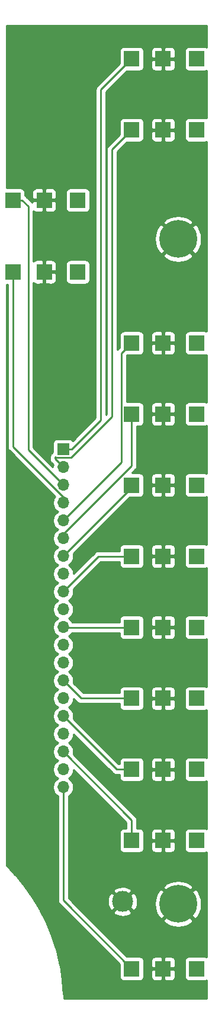
<source format=gbr>
%TF.GenerationSoftware,KiCad,Pcbnew,(5.1.6-0-10_14)*%
%TF.CreationDate,2020-09-17T09:32:26+02:00*%
%TF.ProjectId,cv_expander,63765f65-7870-4616-9e64-65722e6b6963,rev?*%
%TF.SameCoordinates,Original*%
%TF.FileFunction,Copper,L2,Bot*%
%TF.FilePolarity,Positive*%
%FSLAX46Y46*%
G04 Gerber Fmt 4.6, Leading zero omitted, Abs format (unit mm)*
G04 Created by KiCad (PCBNEW (5.1.6-0-10_14)) date 2020-09-17 09:32:26*
%MOMM*%
%LPD*%
G01*
G04 APERTURE LIST*
%TA.AperFunction,ComponentPad*%
%ADD10R,2.200000X2.200000*%
%TD*%
%TA.AperFunction,ComponentPad*%
%ADD11C,5.400000*%
%TD*%
%TA.AperFunction,ComponentPad*%
%ADD12O,1.700000X1.700000*%
%TD*%
%TA.AperFunction,ComponentPad*%
%ADD13R,1.700000X1.700000*%
%TD*%
%TA.AperFunction,ComponentPad*%
%ADD14C,3.000000*%
%TD*%
%TA.AperFunction,Conductor*%
%ADD15C,0.250000*%
%TD*%
%TA.AperFunction,Conductor*%
%ADD16C,0.254000*%
%TD*%
G04 APERTURE END LIST*
D10*
%TO.P,J14,R*%
%TO.N,Net-(J14-PadR)*%
X154900000Y-157000000D03*
%TO.P,J14,S*%
%TO.N,GND_D*%
X150100000Y-157000000D03*
%TO.P,J14,T*%
%TO.N,Net-(J1-Pad19)*%
X145600000Y-157000000D03*
%TD*%
D11*
%TO.P,GND,1*%
%TO.N,GND_D*%
X152250000Y-52750000D03*
%TD*%
D10*
%TO.P,J10,R*%
%TO.N,Net-(J10-PadR)*%
X154900000Y-108221208D03*
%TO.P,J10,S*%
%TO.N,GND_D*%
X150100000Y-108221208D03*
%TO.P,J10,T*%
%TO.N,Net-(J1-Pad11)*%
X145600000Y-108221208D03*
%TD*%
D12*
%TO.P,J1,20*%
%TO.N,Net-(J1-Pad19)*%
X135812000Y-131064000D03*
%TO.P,J1,19*%
X135812000Y-128524000D03*
%TO.P,J1,18*%
%TO.N,Net-(J1-Pad17)*%
X135812000Y-125984000D03*
%TO.P,J1,17*%
X135812000Y-123444000D03*
%TO.P,J1,16*%
%TO.N,Net-(J1-Pad15)*%
X135812000Y-120904000D03*
%TO.P,J1,15*%
X135812000Y-118364000D03*
%TO.P,J1,14*%
%TO.N,Net-(J1-Pad13)*%
X135812000Y-115824000D03*
%TO.P,J1,13*%
X135812000Y-113284000D03*
%TO.P,J1,12*%
%TO.N,Net-(J1-Pad11)*%
X135812000Y-110744000D03*
%TO.P,J1,11*%
X135812000Y-108204000D03*
%TO.P,J1,10*%
%TO.N,Net-(J1-Pad10)*%
X135812000Y-105664000D03*
%TO.P,J1,9*%
X135812000Y-103124000D03*
%TO.P,J1,8*%
%TO.N,Net-(J1-Pad7)*%
X135812000Y-100584000D03*
%TO.P,J1,7*%
X135812000Y-98044000D03*
%TO.P,J1,6*%
%TO.N,Net-(J1-Pad6)*%
X135812000Y-95504000D03*
%TO.P,J1,5*%
%TO.N,Net-(J1-Pad5)*%
X135812000Y-92964000D03*
%TO.P,J1,4*%
%TO.N,Net-(J1-Pad4)*%
X135812000Y-90424000D03*
%TO.P,J1,3*%
%TO.N,Net-(J1-Pad3)*%
X135812000Y-87884000D03*
%TO.P,J1,2*%
%TO.N,Net-(J1-Pad2)*%
X135812000Y-85344000D03*
D13*
%TO.P,J1,1*%
%TO.N,Net-(J1-Pad1)*%
X135812000Y-82804000D03*
%TD*%
D10*
%TO.P,J7,R*%
%TO.N,Net-(J7-PadR)*%
X154900000Y-77763255D03*
%TO.P,J7,S*%
%TO.N,GND_D*%
X150100000Y-77763255D03*
%TO.P,J7,T*%
%TO.N,Net-(J1-Pad6)*%
X145600000Y-77763255D03*
%TD*%
%TO.P,J6,R*%
%TO.N,Net-(J6-PadR)*%
X154900000Y-67610604D03*
%TO.P,J6,S*%
%TO.N,GND_D*%
X150100000Y-67610604D03*
%TO.P,J6,T*%
%TO.N,Net-(J1-Pad5)*%
X145600000Y-67610604D03*
%TD*%
%TO.P,J5,R*%
%TO.N,Net-(J5-PadR)*%
X137900000Y-57457953D03*
%TO.P,J5,S*%
%TO.N,GND_D*%
X133100000Y-57457953D03*
%TO.P,J5,T*%
%TO.N,Net-(J1-Pad4)*%
X128600000Y-57457953D03*
%TD*%
%TO.P,J4,R*%
%TO.N,Net-(J4-PadR)*%
X137900000Y-47200000D03*
%TO.P,J4,S*%
%TO.N,GND_D*%
X133100000Y-47200000D03*
%TO.P,J4,T*%
%TO.N,Net-(J1-Pad3)*%
X128600000Y-47200000D03*
%TD*%
%TO.P,J3,R*%
%TO.N,Net-(J3-PadR)*%
X154900000Y-37152651D03*
%TO.P,J3,S*%
%TO.N,GND_D*%
X150100000Y-37152651D03*
%TO.P,J3,T*%
%TO.N,Net-(J1-Pad2)*%
X145600000Y-37152651D03*
%TD*%
%TO.P,J2,R*%
%TO.N,Net-(J2-PadR)*%
X154900000Y-27000000D03*
%TO.P,J2,S*%
%TO.N,GND_D*%
X150100000Y-27000000D03*
%TO.P,J2,T*%
%TO.N,Net-(J1-Pad1)*%
X145600000Y-27000000D03*
%TD*%
%TO.P,J13,R*%
%TO.N,Net-(J13-PadR)*%
X154900000Y-138679163D03*
%TO.P,J13,S*%
%TO.N,GND_D*%
X150100000Y-138679163D03*
%TO.P,J13,T*%
%TO.N,Net-(J1-Pad17)*%
X145600000Y-138679163D03*
%TD*%
%TO.P,J12,R*%
%TO.N,Net-(J12-PadR)*%
X154900000Y-128526510D03*
%TO.P,J12,S*%
%TO.N,GND_D*%
X150100000Y-128526510D03*
%TO.P,J12,T*%
%TO.N,Net-(J1-Pad15)*%
X145600000Y-128526510D03*
%TD*%
%TO.P,J11,R*%
%TO.N,Net-(J11-PadR)*%
X154900000Y-118373859D03*
%TO.P,J11,S*%
%TO.N,GND_D*%
X150100000Y-118373859D03*
%TO.P,J11,T*%
%TO.N,Net-(J1-Pad13)*%
X145600000Y-118373859D03*
%TD*%
%TO.P,J9,R*%
%TO.N,Net-(J9-PadR)*%
X154900000Y-98068557D03*
%TO.P,J9,S*%
%TO.N,GND_D*%
X150100000Y-98068557D03*
%TO.P,J9,T*%
%TO.N,Net-(J1-Pad10)*%
X145600000Y-98068557D03*
%TD*%
%TO.P,J8,R*%
%TO.N,Net-(J8-PadR)*%
X154900000Y-87915906D03*
%TO.P,J8,S*%
%TO.N,GND_D*%
X150100000Y-87915906D03*
%TO.P,J8,T*%
%TO.N,Net-(J1-Pad7)*%
X145600000Y-87915906D03*
%TD*%
D14*
%TO.P,GND,1*%
%TO.N,GND_D*%
X144300000Y-147400000D03*
%TD*%
D11*
%TO.P,H1,1*%
%TO.N,GND_D*%
X152250000Y-147750000D03*
%TD*%
D15*
%TO.N,Net-(J1-Pad19)*%
X135812000Y-147212000D02*
X135812000Y-131064000D01*
X145600000Y-157000000D02*
X135812000Y-147212000D01*
%TO.N,Net-(J1-Pad17)*%
X145600000Y-135772000D02*
X135812000Y-125984000D01*
X145600000Y-138679163D02*
X145600000Y-135772000D01*
%TO.N,Net-(J1-Pad15)*%
X143434510Y-128526510D02*
X135812000Y-120904000D01*
X145600000Y-128526510D02*
X143434510Y-128526510D01*
%TO.N,Net-(J1-Pad13)*%
X138361859Y-118373859D02*
X135812000Y-115824000D01*
X145600000Y-118373859D02*
X138361859Y-118373859D01*
%TO.N,Net-(J1-Pad11)*%
X135829208Y-108221208D02*
X135812000Y-108204000D01*
X145600000Y-108221208D02*
X135829208Y-108221208D01*
%TO.N,Net-(J1-Pad10)*%
X140867443Y-98068557D02*
X135812000Y-103124000D01*
X145600000Y-98068557D02*
X140867443Y-98068557D01*
%TO.N,Net-(J1-Pad7)*%
X145600000Y-88256000D02*
X135812000Y-98044000D01*
X145600000Y-87915906D02*
X145600000Y-88256000D01*
%TO.N,Net-(J1-Pad6)*%
X145600000Y-85130904D02*
X135812000Y-94918904D01*
X135812000Y-94918904D02*
X135812000Y-95504000D01*
X145600000Y-77763255D02*
X145600000Y-85130904D01*
%TO.N,Net-(J1-Pad5)*%
X144174999Y-84601001D02*
X135812000Y-92964000D01*
X144174999Y-69035605D02*
X144174999Y-84601001D01*
X145600000Y-67610604D02*
X144174999Y-69035605D01*
%TO.N,Net-(J1-Pad4)*%
X135812000Y-89623002D02*
X135812000Y-90424000D01*
X128600000Y-82411002D02*
X135812000Y-89623002D01*
X128600000Y-57457953D02*
X128600000Y-82411002D01*
%TO.N,Net-(J1-Pad3)*%
X129950000Y-47200000D02*
X130800000Y-48050000D01*
X128600000Y-47200000D02*
X129950000Y-47200000D01*
X130800000Y-82872000D02*
X135812000Y-87884000D01*
X130800000Y-48050000D02*
X130800000Y-82872000D01*
%TO.N,Net-(J1-Pad2)*%
X136922001Y-83979001D02*
X142800000Y-78101002D01*
X134701999Y-83979001D02*
X136922001Y-83979001D01*
X134636999Y-83914001D02*
X134701999Y-83979001D01*
X134636999Y-84168999D02*
X134636999Y-83914001D01*
X135812000Y-85344000D02*
X134636999Y-84168999D01*
X142800000Y-39952651D02*
X145600000Y-37152651D01*
X142800000Y-78101002D02*
X142800000Y-39952651D01*
%TO.N,Net-(J1-Pad1)*%
X145600000Y-27000000D02*
X141200000Y-31400000D01*
X136996000Y-82804000D02*
X135812000Y-82804000D01*
X141200000Y-78600000D02*
X136996000Y-82804000D01*
X141200000Y-31400000D02*
X141200000Y-78600000D01*
%TD*%
D16*
%TO.N,GND_D*%
G36*
X156290001Y-25334990D02*
G01*
X156244180Y-25310498D01*
X156124482Y-25274188D01*
X156000000Y-25261928D01*
X153800000Y-25261928D01*
X153675518Y-25274188D01*
X153555820Y-25310498D01*
X153445506Y-25369463D01*
X153348815Y-25448815D01*
X153269463Y-25545506D01*
X153210498Y-25655820D01*
X153174188Y-25775518D01*
X153161928Y-25900000D01*
X153161928Y-28100000D01*
X153174188Y-28224482D01*
X153210498Y-28344180D01*
X153269463Y-28454494D01*
X153348815Y-28551185D01*
X153445506Y-28630537D01*
X153555820Y-28689502D01*
X153675518Y-28725812D01*
X153800000Y-28738072D01*
X156000000Y-28738072D01*
X156124482Y-28725812D01*
X156244180Y-28689502D01*
X156290001Y-28665010D01*
X156290001Y-35487641D01*
X156244180Y-35463149D01*
X156124482Y-35426839D01*
X156000000Y-35414579D01*
X153800000Y-35414579D01*
X153675518Y-35426839D01*
X153555820Y-35463149D01*
X153445506Y-35522114D01*
X153348815Y-35601466D01*
X153269463Y-35698157D01*
X153210498Y-35808471D01*
X153174188Y-35928169D01*
X153161928Y-36052651D01*
X153161928Y-38252651D01*
X153174188Y-38377133D01*
X153210498Y-38496831D01*
X153269463Y-38607145D01*
X153348815Y-38703836D01*
X153445506Y-38783188D01*
X153555820Y-38842153D01*
X153675518Y-38878463D01*
X153800000Y-38890723D01*
X156000000Y-38890723D01*
X156124482Y-38878463D01*
X156244180Y-38842153D01*
X156290001Y-38817661D01*
X156290001Y-65945594D01*
X156244180Y-65921102D01*
X156124482Y-65884792D01*
X156000000Y-65872532D01*
X153800000Y-65872532D01*
X153675518Y-65884792D01*
X153555820Y-65921102D01*
X153445506Y-65980067D01*
X153348815Y-66059419D01*
X153269463Y-66156110D01*
X153210498Y-66266424D01*
X153174188Y-66386122D01*
X153161928Y-66510604D01*
X153161928Y-68710604D01*
X153174188Y-68835086D01*
X153210498Y-68954784D01*
X153269463Y-69065098D01*
X153348815Y-69161789D01*
X153445506Y-69241141D01*
X153555820Y-69300106D01*
X153675518Y-69336416D01*
X153800000Y-69348676D01*
X156000000Y-69348676D01*
X156124482Y-69336416D01*
X156244180Y-69300106D01*
X156290001Y-69275614D01*
X156290001Y-76098245D01*
X156244180Y-76073753D01*
X156124482Y-76037443D01*
X156000000Y-76025183D01*
X153800000Y-76025183D01*
X153675518Y-76037443D01*
X153555820Y-76073753D01*
X153445506Y-76132718D01*
X153348815Y-76212070D01*
X153269463Y-76308761D01*
X153210498Y-76419075D01*
X153174188Y-76538773D01*
X153161928Y-76663255D01*
X153161928Y-78863255D01*
X153174188Y-78987737D01*
X153210498Y-79107435D01*
X153269463Y-79217749D01*
X153348815Y-79314440D01*
X153445506Y-79393792D01*
X153555820Y-79452757D01*
X153675518Y-79489067D01*
X153800000Y-79501327D01*
X156000000Y-79501327D01*
X156124482Y-79489067D01*
X156244180Y-79452757D01*
X156290001Y-79428265D01*
X156290001Y-86250896D01*
X156244180Y-86226404D01*
X156124482Y-86190094D01*
X156000000Y-86177834D01*
X153800000Y-86177834D01*
X153675518Y-86190094D01*
X153555820Y-86226404D01*
X153445506Y-86285369D01*
X153348815Y-86364721D01*
X153269463Y-86461412D01*
X153210498Y-86571726D01*
X153174188Y-86691424D01*
X153161928Y-86815906D01*
X153161928Y-89015906D01*
X153174188Y-89140388D01*
X153210498Y-89260086D01*
X153269463Y-89370400D01*
X153348815Y-89467091D01*
X153445506Y-89546443D01*
X153555820Y-89605408D01*
X153675518Y-89641718D01*
X153800000Y-89653978D01*
X156000000Y-89653978D01*
X156124482Y-89641718D01*
X156244180Y-89605408D01*
X156290001Y-89580916D01*
X156290000Y-96403547D01*
X156244180Y-96379055D01*
X156124482Y-96342745D01*
X156000000Y-96330485D01*
X153800000Y-96330485D01*
X153675518Y-96342745D01*
X153555820Y-96379055D01*
X153445506Y-96438020D01*
X153348815Y-96517372D01*
X153269463Y-96614063D01*
X153210498Y-96724377D01*
X153174188Y-96844075D01*
X153161928Y-96968557D01*
X153161928Y-99168557D01*
X153174188Y-99293039D01*
X153210498Y-99412737D01*
X153269463Y-99523051D01*
X153348815Y-99619742D01*
X153445506Y-99699094D01*
X153555820Y-99758059D01*
X153675518Y-99794369D01*
X153800000Y-99806629D01*
X156000000Y-99806629D01*
X156124482Y-99794369D01*
X156244180Y-99758059D01*
X156290000Y-99733567D01*
X156290000Y-106556198D01*
X156244180Y-106531706D01*
X156124482Y-106495396D01*
X156000000Y-106483136D01*
X153800000Y-106483136D01*
X153675518Y-106495396D01*
X153555820Y-106531706D01*
X153445506Y-106590671D01*
X153348815Y-106670023D01*
X153269463Y-106766714D01*
X153210498Y-106877028D01*
X153174188Y-106996726D01*
X153161928Y-107121208D01*
X153161928Y-109321208D01*
X153174188Y-109445690D01*
X153210498Y-109565388D01*
X153269463Y-109675702D01*
X153348815Y-109772393D01*
X153445506Y-109851745D01*
X153555820Y-109910710D01*
X153675518Y-109947020D01*
X153800000Y-109959280D01*
X156000000Y-109959280D01*
X156124482Y-109947020D01*
X156244180Y-109910710D01*
X156290000Y-109886218D01*
X156290000Y-116708849D01*
X156244180Y-116684357D01*
X156124482Y-116648047D01*
X156000000Y-116635787D01*
X153800000Y-116635787D01*
X153675518Y-116648047D01*
X153555820Y-116684357D01*
X153445506Y-116743322D01*
X153348815Y-116822674D01*
X153269463Y-116919365D01*
X153210498Y-117029679D01*
X153174188Y-117149377D01*
X153161928Y-117273859D01*
X153161928Y-119473859D01*
X153174188Y-119598341D01*
X153210498Y-119718039D01*
X153269463Y-119828353D01*
X153348815Y-119925044D01*
X153445506Y-120004396D01*
X153555820Y-120063361D01*
X153675518Y-120099671D01*
X153800000Y-120111931D01*
X156000000Y-120111931D01*
X156124482Y-120099671D01*
X156244180Y-120063361D01*
X156290000Y-120038869D01*
X156290000Y-126861500D01*
X156244180Y-126837008D01*
X156124482Y-126800698D01*
X156000000Y-126788438D01*
X153800000Y-126788438D01*
X153675518Y-126800698D01*
X153555820Y-126837008D01*
X153445506Y-126895973D01*
X153348815Y-126975325D01*
X153269463Y-127072016D01*
X153210498Y-127182330D01*
X153174188Y-127302028D01*
X153161928Y-127426510D01*
X153161928Y-129626510D01*
X153174188Y-129750992D01*
X153210498Y-129870690D01*
X153269463Y-129981004D01*
X153348815Y-130077695D01*
X153445506Y-130157047D01*
X153555820Y-130216012D01*
X153675518Y-130252322D01*
X153800000Y-130264582D01*
X156000000Y-130264582D01*
X156124482Y-130252322D01*
X156244180Y-130216012D01*
X156290000Y-130191520D01*
X156290000Y-137014153D01*
X156244180Y-136989661D01*
X156124482Y-136953351D01*
X156000000Y-136941091D01*
X153800000Y-136941091D01*
X153675518Y-136953351D01*
X153555820Y-136989661D01*
X153445506Y-137048626D01*
X153348815Y-137127978D01*
X153269463Y-137224669D01*
X153210498Y-137334983D01*
X153174188Y-137454681D01*
X153161928Y-137579163D01*
X153161928Y-139779163D01*
X153174188Y-139903645D01*
X153210498Y-140023343D01*
X153269463Y-140133657D01*
X153348815Y-140230348D01*
X153445506Y-140309700D01*
X153555820Y-140368665D01*
X153675518Y-140404975D01*
X153800000Y-140417235D01*
X156000000Y-140417235D01*
X156124482Y-140404975D01*
X156244180Y-140368665D01*
X156290000Y-140344173D01*
X156290000Y-155334990D01*
X156244180Y-155310498D01*
X156124482Y-155274188D01*
X156000000Y-155261928D01*
X153800000Y-155261928D01*
X153675518Y-155274188D01*
X153555820Y-155310498D01*
X153445506Y-155369463D01*
X153348815Y-155448815D01*
X153269463Y-155545506D01*
X153210498Y-155655820D01*
X153174188Y-155775518D01*
X153161928Y-155900000D01*
X153161928Y-158100000D01*
X153174188Y-158224482D01*
X153210498Y-158344180D01*
X153269463Y-158454494D01*
X153348815Y-158551185D01*
X153445506Y-158630537D01*
X153555820Y-158689502D01*
X153675518Y-158725812D01*
X153800000Y-158738072D01*
X156000000Y-158738072D01*
X156124482Y-158725812D01*
X156244180Y-158689502D01*
X156290000Y-158665010D01*
X156290000Y-161290000D01*
X135893465Y-161290000D01*
X135879608Y-160701978D01*
X135879079Y-160693338D01*
X135877263Y-160658676D01*
X135704713Y-158625125D01*
X135704259Y-158621424D01*
X135704045Y-158617721D01*
X135698221Y-158572250D01*
X135373685Y-156557361D01*
X135372955Y-156553709D01*
X135372464Y-156550027D01*
X135363246Y-156505121D01*
X134888549Y-154520237D01*
X134887549Y-154516655D01*
X134886782Y-154513016D01*
X134874223Y-154468928D01*
X134252038Y-152525223D01*
X134250770Y-152521721D01*
X134249734Y-152518154D01*
X134233905Y-152475132D01*
X133467735Y-150583549D01*
X133466211Y-150580157D01*
X133464908Y-150576673D01*
X133445898Y-150534958D01*
X132540057Y-148706146D01*
X132538281Y-148702876D01*
X132536722Y-148699501D01*
X132514637Y-148659329D01*
X131474223Y-146903584D01*
X131472205Y-146900452D01*
X131470399Y-146897208D01*
X131445365Y-146858805D01*
X130276236Y-145186011D01*
X130273990Y-145183041D01*
X130271945Y-145179940D01*
X130244102Y-145143522D01*
X128952840Y-143563097D01*
X128950383Y-143560310D01*
X128948106Y-143557364D01*
X128917610Y-143523137D01*
X127706903Y-142249545D01*
X127709033Y-59196025D01*
X127840000Y-59196025D01*
X127840001Y-82373669D01*
X127836324Y-82411002D01*
X127850998Y-82559987D01*
X127894454Y-82703248D01*
X127965026Y-82835278D01*
X128025802Y-82909333D01*
X128060000Y-82951003D01*
X128088998Y-82974801D01*
X134631704Y-89517508D01*
X134496010Y-89720589D01*
X134384068Y-89990842D01*
X134327000Y-90277740D01*
X134327000Y-90570260D01*
X134384068Y-90857158D01*
X134496010Y-91127411D01*
X134658525Y-91370632D01*
X134865368Y-91577475D01*
X135039760Y-91694000D01*
X134865368Y-91810525D01*
X134658525Y-92017368D01*
X134496010Y-92260589D01*
X134384068Y-92530842D01*
X134327000Y-92817740D01*
X134327000Y-93110260D01*
X134384068Y-93397158D01*
X134496010Y-93667411D01*
X134658525Y-93910632D01*
X134865368Y-94117475D01*
X135039760Y-94234000D01*
X134865368Y-94350525D01*
X134658525Y-94557368D01*
X134496010Y-94800589D01*
X134384068Y-95070842D01*
X134327000Y-95357740D01*
X134327000Y-95650260D01*
X134384068Y-95937158D01*
X134496010Y-96207411D01*
X134658525Y-96450632D01*
X134865368Y-96657475D01*
X135039760Y-96774000D01*
X134865368Y-96890525D01*
X134658525Y-97097368D01*
X134496010Y-97340589D01*
X134384068Y-97610842D01*
X134327000Y-97897740D01*
X134327000Y-98190260D01*
X134384068Y-98477158D01*
X134496010Y-98747411D01*
X134658525Y-98990632D01*
X134865368Y-99197475D01*
X135039760Y-99314000D01*
X134865368Y-99430525D01*
X134658525Y-99637368D01*
X134496010Y-99880589D01*
X134384068Y-100150842D01*
X134327000Y-100437740D01*
X134327000Y-100730260D01*
X134384068Y-101017158D01*
X134496010Y-101287411D01*
X134658525Y-101530632D01*
X134865368Y-101737475D01*
X135039760Y-101854000D01*
X134865368Y-101970525D01*
X134658525Y-102177368D01*
X134496010Y-102420589D01*
X134384068Y-102690842D01*
X134327000Y-102977740D01*
X134327000Y-103270260D01*
X134384068Y-103557158D01*
X134496010Y-103827411D01*
X134658525Y-104070632D01*
X134865368Y-104277475D01*
X135039760Y-104394000D01*
X134865368Y-104510525D01*
X134658525Y-104717368D01*
X134496010Y-104960589D01*
X134384068Y-105230842D01*
X134327000Y-105517740D01*
X134327000Y-105810260D01*
X134384068Y-106097158D01*
X134496010Y-106367411D01*
X134658525Y-106610632D01*
X134865368Y-106817475D01*
X135039760Y-106934000D01*
X134865368Y-107050525D01*
X134658525Y-107257368D01*
X134496010Y-107500589D01*
X134384068Y-107770842D01*
X134327000Y-108057740D01*
X134327000Y-108350260D01*
X134384068Y-108637158D01*
X134496010Y-108907411D01*
X134658525Y-109150632D01*
X134865368Y-109357475D01*
X135039760Y-109474000D01*
X134865368Y-109590525D01*
X134658525Y-109797368D01*
X134496010Y-110040589D01*
X134384068Y-110310842D01*
X134327000Y-110597740D01*
X134327000Y-110890260D01*
X134384068Y-111177158D01*
X134496010Y-111447411D01*
X134658525Y-111690632D01*
X134865368Y-111897475D01*
X135039760Y-112014000D01*
X134865368Y-112130525D01*
X134658525Y-112337368D01*
X134496010Y-112580589D01*
X134384068Y-112850842D01*
X134327000Y-113137740D01*
X134327000Y-113430260D01*
X134384068Y-113717158D01*
X134496010Y-113987411D01*
X134658525Y-114230632D01*
X134865368Y-114437475D01*
X135039760Y-114554000D01*
X134865368Y-114670525D01*
X134658525Y-114877368D01*
X134496010Y-115120589D01*
X134384068Y-115390842D01*
X134327000Y-115677740D01*
X134327000Y-115970260D01*
X134384068Y-116257158D01*
X134496010Y-116527411D01*
X134658525Y-116770632D01*
X134865368Y-116977475D01*
X135039760Y-117094000D01*
X134865368Y-117210525D01*
X134658525Y-117417368D01*
X134496010Y-117660589D01*
X134384068Y-117930842D01*
X134327000Y-118217740D01*
X134327000Y-118510260D01*
X134384068Y-118797158D01*
X134496010Y-119067411D01*
X134658525Y-119310632D01*
X134865368Y-119517475D01*
X135039760Y-119634000D01*
X134865368Y-119750525D01*
X134658525Y-119957368D01*
X134496010Y-120200589D01*
X134384068Y-120470842D01*
X134327000Y-120757740D01*
X134327000Y-121050260D01*
X134384068Y-121337158D01*
X134496010Y-121607411D01*
X134658525Y-121850632D01*
X134865368Y-122057475D01*
X135039760Y-122174000D01*
X134865368Y-122290525D01*
X134658525Y-122497368D01*
X134496010Y-122740589D01*
X134384068Y-123010842D01*
X134327000Y-123297740D01*
X134327000Y-123590260D01*
X134384068Y-123877158D01*
X134496010Y-124147411D01*
X134658525Y-124390632D01*
X134865368Y-124597475D01*
X135039760Y-124714000D01*
X134865368Y-124830525D01*
X134658525Y-125037368D01*
X134496010Y-125280589D01*
X134384068Y-125550842D01*
X134327000Y-125837740D01*
X134327000Y-126130260D01*
X134384068Y-126417158D01*
X134496010Y-126687411D01*
X134658525Y-126930632D01*
X134865368Y-127137475D01*
X135039760Y-127254000D01*
X134865368Y-127370525D01*
X134658525Y-127577368D01*
X134496010Y-127820589D01*
X134384068Y-128090842D01*
X134327000Y-128377740D01*
X134327000Y-128670260D01*
X134384068Y-128957158D01*
X134496010Y-129227411D01*
X134658525Y-129470632D01*
X134865368Y-129677475D01*
X135039760Y-129794000D01*
X134865368Y-129910525D01*
X134658525Y-130117368D01*
X134496010Y-130360589D01*
X134384068Y-130630842D01*
X134327000Y-130917740D01*
X134327000Y-131210260D01*
X134384068Y-131497158D01*
X134496010Y-131767411D01*
X134658525Y-132010632D01*
X134865368Y-132217475D01*
X135052001Y-132342179D01*
X135052000Y-147174678D01*
X135048324Y-147212000D01*
X135052000Y-147249322D01*
X135052000Y-147249332D01*
X135062997Y-147360985D01*
X135093589Y-147461835D01*
X135106454Y-147504246D01*
X135177026Y-147636276D01*
X135192249Y-147654825D01*
X135271999Y-147752001D01*
X135301003Y-147775804D01*
X143861928Y-156336730D01*
X143861928Y-158100000D01*
X143874188Y-158224482D01*
X143910498Y-158344180D01*
X143969463Y-158454494D01*
X144048815Y-158551185D01*
X144145506Y-158630537D01*
X144255820Y-158689502D01*
X144375518Y-158725812D01*
X144500000Y-158738072D01*
X146700000Y-158738072D01*
X146824482Y-158725812D01*
X146944180Y-158689502D01*
X147054494Y-158630537D01*
X147151185Y-158551185D01*
X147230537Y-158454494D01*
X147289502Y-158344180D01*
X147325812Y-158224482D01*
X147338072Y-158100000D01*
X148361928Y-158100000D01*
X148374188Y-158224482D01*
X148410498Y-158344180D01*
X148469463Y-158454494D01*
X148548815Y-158551185D01*
X148645506Y-158630537D01*
X148755820Y-158689502D01*
X148875518Y-158725812D01*
X149000000Y-158738072D01*
X149814250Y-158735000D01*
X149973000Y-158576250D01*
X149973000Y-157127000D01*
X150227000Y-157127000D01*
X150227000Y-158576250D01*
X150385750Y-158735000D01*
X151200000Y-158738072D01*
X151324482Y-158725812D01*
X151444180Y-158689502D01*
X151554494Y-158630537D01*
X151651185Y-158551185D01*
X151730537Y-158454494D01*
X151789502Y-158344180D01*
X151825812Y-158224482D01*
X151838072Y-158100000D01*
X151835000Y-157285750D01*
X151676250Y-157127000D01*
X150227000Y-157127000D01*
X149973000Y-157127000D01*
X148523750Y-157127000D01*
X148365000Y-157285750D01*
X148361928Y-158100000D01*
X147338072Y-158100000D01*
X147338072Y-155900000D01*
X148361928Y-155900000D01*
X148365000Y-156714250D01*
X148523750Y-156873000D01*
X149973000Y-156873000D01*
X149973000Y-155423750D01*
X150227000Y-155423750D01*
X150227000Y-156873000D01*
X151676250Y-156873000D01*
X151835000Y-156714250D01*
X151838072Y-155900000D01*
X151825812Y-155775518D01*
X151789502Y-155655820D01*
X151730537Y-155545506D01*
X151651185Y-155448815D01*
X151554494Y-155369463D01*
X151444180Y-155310498D01*
X151324482Y-155274188D01*
X151200000Y-155261928D01*
X150385750Y-155265000D01*
X150227000Y-155423750D01*
X149973000Y-155423750D01*
X149814250Y-155265000D01*
X149000000Y-155261928D01*
X148875518Y-155274188D01*
X148755820Y-155310498D01*
X148645506Y-155369463D01*
X148548815Y-155448815D01*
X148469463Y-155545506D01*
X148410498Y-155655820D01*
X148374188Y-155775518D01*
X148361928Y-155900000D01*
X147338072Y-155900000D01*
X147325812Y-155775518D01*
X147289502Y-155655820D01*
X147230537Y-155545506D01*
X147151185Y-155448815D01*
X147054494Y-155369463D01*
X146944180Y-155310498D01*
X146824482Y-155274188D01*
X146700000Y-155261928D01*
X144936730Y-155261928D01*
X139770176Y-150095374D01*
X150084231Y-150095374D01*
X150384411Y-150533828D01*
X150963356Y-150844296D01*
X151591746Y-151035852D01*
X152245431Y-151101134D01*
X152899293Y-151037634D01*
X153528203Y-150847792D01*
X154107992Y-150538904D01*
X154115589Y-150533828D01*
X154415769Y-150095374D01*
X152250000Y-147929605D01*
X150084231Y-150095374D01*
X139770176Y-150095374D01*
X138566455Y-148891653D01*
X142987952Y-148891653D01*
X143143962Y-149207214D01*
X143518745Y-149398020D01*
X143923551Y-149512044D01*
X144342824Y-149544902D01*
X144760451Y-149495334D01*
X145160383Y-149365243D01*
X145456038Y-149207214D01*
X145612048Y-148891653D01*
X144300000Y-147579605D01*
X142987952Y-148891653D01*
X138566455Y-148891653D01*
X137117626Y-147442824D01*
X142155098Y-147442824D01*
X142204666Y-147860451D01*
X142334757Y-148260383D01*
X142492786Y-148556038D01*
X142808347Y-148712048D01*
X144120395Y-147400000D01*
X144479605Y-147400000D01*
X145791653Y-148712048D01*
X146107214Y-148556038D01*
X146298020Y-148181255D01*
X146412044Y-147776449D01*
X146414474Y-147745431D01*
X148898866Y-147745431D01*
X148962366Y-148399293D01*
X149152208Y-149028203D01*
X149461096Y-149607992D01*
X149466172Y-149615589D01*
X149904626Y-149915769D01*
X152070395Y-147750000D01*
X152429605Y-147750000D01*
X154595374Y-149915769D01*
X155033828Y-149615589D01*
X155344296Y-149036644D01*
X155535852Y-148408254D01*
X155601134Y-147754569D01*
X155537634Y-147100707D01*
X155347792Y-146471797D01*
X155038904Y-145892008D01*
X155033828Y-145884411D01*
X154595374Y-145584231D01*
X152429605Y-147750000D01*
X152070395Y-147750000D01*
X149904626Y-145584231D01*
X149466172Y-145884411D01*
X149155704Y-146463356D01*
X148964148Y-147091746D01*
X148898866Y-147745431D01*
X146414474Y-147745431D01*
X146444902Y-147357176D01*
X146395334Y-146939549D01*
X146265243Y-146539617D01*
X146107214Y-146243962D01*
X145791653Y-146087952D01*
X144479605Y-147400000D01*
X144120395Y-147400000D01*
X142808347Y-146087952D01*
X142492786Y-146243962D01*
X142301980Y-146618745D01*
X142187956Y-147023551D01*
X142155098Y-147442824D01*
X137117626Y-147442824D01*
X136572000Y-146897199D01*
X136572000Y-145908347D01*
X142987952Y-145908347D01*
X144300000Y-147220395D01*
X145612048Y-145908347D01*
X145456038Y-145592786D01*
X145086453Y-145404626D01*
X150084231Y-145404626D01*
X152250000Y-147570395D01*
X154415769Y-145404626D01*
X154115589Y-144966172D01*
X153536644Y-144655704D01*
X152908254Y-144464148D01*
X152254569Y-144398866D01*
X151600707Y-144462366D01*
X150971797Y-144652208D01*
X150392008Y-144961096D01*
X150384411Y-144966172D01*
X150084231Y-145404626D01*
X145086453Y-145404626D01*
X145081255Y-145401980D01*
X144676449Y-145287956D01*
X144257176Y-145255098D01*
X143839549Y-145304666D01*
X143439617Y-145434757D01*
X143143962Y-145592786D01*
X142987952Y-145908347D01*
X136572000Y-145908347D01*
X136572000Y-132342178D01*
X136758632Y-132217475D01*
X136965475Y-132010632D01*
X137127990Y-131767411D01*
X137239932Y-131497158D01*
X137297000Y-131210260D01*
X137297000Y-130917740D01*
X137239932Y-130630842D01*
X137127990Y-130360589D01*
X136965475Y-130117368D01*
X136758632Y-129910525D01*
X136584240Y-129794000D01*
X136758632Y-129677475D01*
X136965475Y-129470632D01*
X137127990Y-129227411D01*
X137239932Y-128957158D01*
X137297000Y-128670260D01*
X137297000Y-128543801D01*
X144840001Y-136086803D01*
X144840001Y-136941091D01*
X144500000Y-136941091D01*
X144375518Y-136953351D01*
X144255820Y-136989661D01*
X144145506Y-137048626D01*
X144048815Y-137127978D01*
X143969463Y-137224669D01*
X143910498Y-137334983D01*
X143874188Y-137454681D01*
X143861928Y-137579163D01*
X143861928Y-139779163D01*
X143874188Y-139903645D01*
X143910498Y-140023343D01*
X143969463Y-140133657D01*
X144048815Y-140230348D01*
X144145506Y-140309700D01*
X144255820Y-140368665D01*
X144375518Y-140404975D01*
X144500000Y-140417235D01*
X146700000Y-140417235D01*
X146824482Y-140404975D01*
X146944180Y-140368665D01*
X147054494Y-140309700D01*
X147151185Y-140230348D01*
X147230537Y-140133657D01*
X147289502Y-140023343D01*
X147325812Y-139903645D01*
X147338072Y-139779163D01*
X148361928Y-139779163D01*
X148374188Y-139903645D01*
X148410498Y-140023343D01*
X148469463Y-140133657D01*
X148548815Y-140230348D01*
X148645506Y-140309700D01*
X148755820Y-140368665D01*
X148875518Y-140404975D01*
X149000000Y-140417235D01*
X149814250Y-140414163D01*
X149973000Y-140255413D01*
X149973000Y-138806163D01*
X150227000Y-138806163D01*
X150227000Y-140255413D01*
X150385750Y-140414163D01*
X151200000Y-140417235D01*
X151324482Y-140404975D01*
X151444180Y-140368665D01*
X151554494Y-140309700D01*
X151651185Y-140230348D01*
X151730537Y-140133657D01*
X151789502Y-140023343D01*
X151825812Y-139903645D01*
X151838072Y-139779163D01*
X151835000Y-138964913D01*
X151676250Y-138806163D01*
X150227000Y-138806163D01*
X149973000Y-138806163D01*
X148523750Y-138806163D01*
X148365000Y-138964913D01*
X148361928Y-139779163D01*
X147338072Y-139779163D01*
X147338072Y-137579163D01*
X148361928Y-137579163D01*
X148365000Y-138393413D01*
X148523750Y-138552163D01*
X149973000Y-138552163D01*
X149973000Y-137102913D01*
X150227000Y-137102913D01*
X150227000Y-138552163D01*
X151676250Y-138552163D01*
X151835000Y-138393413D01*
X151838072Y-137579163D01*
X151825812Y-137454681D01*
X151789502Y-137334983D01*
X151730537Y-137224669D01*
X151651185Y-137127978D01*
X151554494Y-137048626D01*
X151444180Y-136989661D01*
X151324482Y-136953351D01*
X151200000Y-136941091D01*
X150385750Y-136944163D01*
X150227000Y-137102913D01*
X149973000Y-137102913D01*
X149814250Y-136944163D01*
X149000000Y-136941091D01*
X148875518Y-136953351D01*
X148755820Y-136989661D01*
X148645506Y-137048626D01*
X148548815Y-137127978D01*
X148469463Y-137224669D01*
X148410498Y-137334983D01*
X148374188Y-137454681D01*
X148361928Y-137579163D01*
X147338072Y-137579163D01*
X147325812Y-137454681D01*
X147289502Y-137334983D01*
X147230537Y-137224669D01*
X147151185Y-137127978D01*
X147054494Y-137048626D01*
X146944180Y-136989661D01*
X146824482Y-136953351D01*
X146700000Y-136941091D01*
X146360000Y-136941091D01*
X146360000Y-135809322D01*
X146363676Y-135771999D01*
X146360000Y-135734676D01*
X146360000Y-135734667D01*
X146349003Y-135623014D01*
X146305546Y-135479753D01*
X146234974Y-135347724D01*
X146140001Y-135231999D01*
X146111003Y-135208201D01*
X137253209Y-126350408D01*
X137297000Y-126130260D01*
X137297000Y-125837740D01*
X137239932Y-125550842D01*
X137127990Y-125280589D01*
X136965475Y-125037368D01*
X136758632Y-124830525D01*
X136584240Y-124714000D01*
X136758632Y-124597475D01*
X136965475Y-124390632D01*
X137127990Y-124147411D01*
X137239932Y-123877158D01*
X137297000Y-123590260D01*
X137297000Y-123463801D01*
X142870711Y-129037513D01*
X142894509Y-129066511D01*
X142923507Y-129090309D01*
X143010233Y-129161484D01*
X143133573Y-129227411D01*
X143142263Y-129232056D01*
X143285524Y-129275513D01*
X143397177Y-129286510D01*
X143397187Y-129286510D01*
X143434509Y-129290186D01*
X143471832Y-129286510D01*
X143861928Y-129286510D01*
X143861928Y-129626510D01*
X143874188Y-129750992D01*
X143910498Y-129870690D01*
X143969463Y-129981004D01*
X144048815Y-130077695D01*
X144145506Y-130157047D01*
X144255820Y-130216012D01*
X144375518Y-130252322D01*
X144500000Y-130264582D01*
X146700000Y-130264582D01*
X146824482Y-130252322D01*
X146944180Y-130216012D01*
X147054494Y-130157047D01*
X147151185Y-130077695D01*
X147230537Y-129981004D01*
X147289502Y-129870690D01*
X147325812Y-129750992D01*
X147338072Y-129626510D01*
X148361928Y-129626510D01*
X148374188Y-129750992D01*
X148410498Y-129870690D01*
X148469463Y-129981004D01*
X148548815Y-130077695D01*
X148645506Y-130157047D01*
X148755820Y-130216012D01*
X148875518Y-130252322D01*
X149000000Y-130264582D01*
X149814250Y-130261510D01*
X149973000Y-130102760D01*
X149973000Y-128653510D01*
X150227000Y-128653510D01*
X150227000Y-130102760D01*
X150385750Y-130261510D01*
X151200000Y-130264582D01*
X151324482Y-130252322D01*
X151444180Y-130216012D01*
X151554494Y-130157047D01*
X151651185Y-130077695D01*
X151730537Y-129981004D01*
X151789502Y-129870690D01*
X151825812Y-129750992D01*
X151838072Y-129626510D01*
X151835000Y-128812260D01*
X151676250Y-128653510D01*
X150227000Y-128653510D01*
X149973000Y-128653510D01*
X148523750Y-128653510D01*
X148365000Y-128812260D01*
X148361928Y-129626510D01*
X147338072Y-129626510D01*
X147338072Y-127426510D01*
X148361928Y-127426510D01*
X148365000Y-128240760D01*
X148523750Y-128399510D01*
X149973000Y-128399510D01*
X149973000Y-126950260D01*
X150227000Y-126950260D01*
X150227000Y-128399510D01*
X151676250Y-128399510D01*
X151835000Y-128240760D01*
X151838072Y-127426510D01*
X151825812Y-127302028D01*
X151789502Y-127182330D01*
X151730537Y-127072016D01*
X151651185Y-126975325D01*
X151554494Y-126895973D01*
X151444180Y-126837008D01*
X151324482Y-126800698D01*
X151200000Y-126788438D01*
X150385750Y-126791510D01*
X150227000Y-126950260D01*
X149973000Y-126950260D01*
X149814250Y-126791510D01*
X149000000Y-126788438D01*
X148875518Y-126800698D01*
X148755820Y-126837008D01*
X148645506Y-126895973D01*
X148548815Y-126975325D01*
X148469463Y-127072016D01*
X148410498Y-127182330D01*
X148374188Y-127302028D01*
X148361928Y-127426510D01*
X147338072Y-127426510D01*
X147325812Y-127302028D01*
X147289502Y-127182330D01*
X147230537Y-127072016D01*
X147151185Y-126975325D01*
X147054494Y-126895973D01*
X146944180Y-126837008D01*
X146824482Y-126800698D01*
X146700000Y-126788438D01*
X144500000Y-126788438D01*
X144375518Y-126800698D01*
X144255820Y-126837008D01*
X144145506Y-126895973D01*
X144048815Y-126975325D01*
X143969463Y-127072016D01*
X143910498Y-127182330D01*
X143874188Y-127302028D01*
X143861928Y-127426510D01*
X143861928Y-127766510D01*
X143749312Y-127766510D01*
X137253209Y-121270408D01*
X137297000Y-121050260D01*
X137297000Y-120757740D01*
X137239932Y-120470842D01*
X137127990Y-120200589D01*
X136965475Y-119957368D01*
X136758632Y-119750525D01*
X136584240Y-119634000D01*
X136758632Y-119517475D01*
X136965475Y-119310632D01*
X137127990Y-119067411D01*
X137239932Y-118797158D01*
X137297000Y-118510260D01*
X137297000Y-118383802D01*
X137798060Y-118884862D01*
X137821858Y-118913860D01*
X137937583Y-119008833D01*
X138069612Y-119079405D01*
X138212873Y-119122862D01*
X138324526Y-119133859D01*
X138324535Y-119133859D01*
X138361858Y-119137535D01*
X138399181Y-119133859D01*
X143861928Y-119133859D01*
X143861928Y-119473859D01*
X143874188Y-119598341D01*
X143910498Y-119718039D01*
X143969463Y-119828353D01*
X144048815Y-119925044D01*
X144145506Y-120004396D01*
X144255820Y-120063361D01*
X144375518Y-120099671D01*
X144500000Y-120111931D01*
X146700000Y-120111931D01*
X146824482Y-120099671D01*
X146944180Y-120063361D01*
X147054494Y-120004396D01*
X147151185Y-119925044D01*
X147230537Y-119828353D01*
X147289502Y-119718039D01*
X147325812Y-119598341D01*
X147338072Y-119473859D01*
X148361928Y-119473859D01*
X148374188Y-119598341D01*
X148410498Y-119718039D01*
X148469463Y-119828353D01*
X148548815Y-119925044D01*
X148645506Y-120004396D01*
X148755820Y-120063361D01*
X148875518Y-120099671D01*
X149000000Y-120111931D01*
X149814250Y-120108859D01*
X149973000Y-119950109D01*
X149973000Y-118500859D01*
X150227000Y-118500859D01*
X150227000Y-119950109D01*
X150385750Y-120108859D01*
X151200000Y-120111931D01*
X151324482Y-120099671D01*
X151444180Y-120063361D01*
X151554494Y-120004396D01*
X151651185Y-119925044D01*
X151730537Y-119828353D01*
X151789502Y-119718039D01*
X151825812Y-119598341D01*
X151838072Y-119473859D01*
X151835000Y-118659609D01*
X151676250Y-118500859D01*
X150227000Y-118500859D01*
X149973000Y-118500859D01*
X148523750Y-118500859D01*
X148365000Y-118659609D01*
X148361928Y-119473859D01*
X147338072Y-119473859D01*
X147338072Y-117273859D01*
X148361928Y-117273859D01*
X148365000Y-118088109D01*
X148523750Y-118246859D01*
X149973000Y-118246859D01*
X149973000Y-116797609D01*
X150227000Y-116797609D01*
X150227000Y-118246859D01*
X151676250Y-118246859D01*
X151835000Y-118088109D01*
X151838072Y-117273859D01*
X151825812Y-117149377D01*
X151789502Y-117029679D01*
X151730537Y-116919365D01*
X151651185Y-116822674D01*
X151554494Y-116743322D01*
X151444180Y-116684357D01*
X151324482Y-116648047D01*
X151200000Y-116635787D01*
X150385750Y-116638859D01*
X150227000Y-116797609D01*
X149973000Y-116797609D01*
X149814250Y-116638859D01*
X149000000Y-116635787D01*
X148875518Y-116648047D01*
X148755820Y-116684357D01*
X148645506Y-116743322D01*
X148548815Y-116822674D01*
X148469463Y-116919365D01*
X148410498Y-117029679D01*
X148374188Y-117149377D01*
X148361928Y-117273859D01*
X147338072Y-117273859D01*
X147325812Y-117149377D01*
X147289502Y-117029679D01*
X147230537Y-116919365D01*
X147151185Y-116822674D01*
X147054494Y-116743322D01*
X146944180Y-116684357D01*
X146824482Y-116648047D01*
X146700000Y-116635787D01*
X144500000Y-116635787D01*
X144375518Y-116648047D01*
X144255820Y-116684357D01*
X144145506Y-116743322D01*
X144048815Y-116822674D01*
X143969463Y-116919365D01*
X143910498Y-117029679D01*
X143874188Y-117149377D01*
X143861928Y-117273859D01*
X143861928Y-117613859D01*
X138676661Y-117613859D01*
X137253209Y-116190408D01*
X137297000Y-115970260D01*
X137297000Y-115677740D01*
X137239932Y-115390842D01*
X137127990Y-115120589D01*
X136965475Y-114877368D01*
X136758632Y-114670525D01*
X136584240Y-114554000D01*
X136758632Y-114437475D01*
X136965475Y-114230632D01*
X137127990Y-113987411D01*
X137239932Y-113717158D01*
X137297000Y-113430260D01*
X137297000Y-113137740D01*
X137239932Y-112850842D01*
X137127990Y-112580589D01*
X136965475Y-112337368D01*
X136758632Y-112130525D01*
X136584240Y-112014000D01*
X136758632Y-111897475D01*
X136965475Y-111690632D01*
X137127990Y-111447411D01*
X137239932Y-111177158D01*
X137297000Y-110890260D01*
X137297000Y-110597740D01*
X137239932Y-110310842D01*
X137127990Y-110040589D01*
X136965475Y-109797368D01*
X136758632Y-109590525D01*
X136584240Y-109474000D01*
X136758632Y-109357475D01*
X136965475Y-109150632D01*
X137078680Y-108981208D01*
X143861928Y-108981208D01*
X143861928Y-109321208D01*
X143874188Y-109445690D01*
X143910498Y-109565388D01*
X143969463Y-109675702D01*
X144048815Y-109772393D01*
X144145506Y-109851745D01*
X144255820Y-109910710D01*
X144375518Y-109947020D01*
X144500000Y-109959280D01*
X146700000Y-109959280D01*
X146824482Y-109947020D01*
X146944180Y-109910710D01*
X147054494Y-109851745D01*
X147151185Y-109772393D01*
X147230537Y-109675702D01*
X147289502Y-109565388D01*
X147325812Y-109445690D01*
X147338072Y-109321208D01*
X148361928Y-109321208D01*
X148374188Y-109445690D01*
X148410498Y-109565388D01*
X148469463Y-109675702D01*
X148548815Y-109772393D01*
X148645506Y-109851745D01*
X148755820Y-109910710D01*
X148875518Y-109947020D01*
X149000000Y-109959280D01*
X149814250Y-109956208D01*
X149973000Y-109797458D01*
X149973000Y-108348208D01*
X150227000Y-108348208D01*
X150227000Y-109797458D01*
X150385750Y-109956208D01*
X151200000Y-109959280D01*
X151324482Y-109947020D01*
X151444180Y-109910710D01*
X151554494Y-109851745D01*
X151651185Y-109772393D01*
X151730537Y-109675702D01*
X151789502Y-109565388D01*
X151825812Y-109445690D01*
X151838072Y-109321208D01*
X151835000Y-108506958D01*
X151676250Y-108348208D01*
X150227000Y-108348208D01*
X149973000Y-108348208D01*
X148523750Y-108348208D01*
X148365000Y-108506958D01*
X148361928Y-109321208D01*
X147338072Y-109321208D01*
X147338072Y-107121208D01*
X148361928Y-107121208D01*
X148365000Y-107935458D01*
X148523750Y-108094208D01*
X149973000Y-108094208D01*
X149973000Y-106644958D01*
X150227000Y-106644958D01*
X150227000Y-108094208D01*
X151676250Y-108094208D01*
X151835000Y-107935458D01*
X151838072Y-107121208D01*
X151825812Y-106996726D01*
X151789502Y-106877028D01*
X151730537Y-106766714D01*
X151651185Y-106670023D01*
X151554494Y-106590671D01*
X151444180Y-106531706D01*
X151324482Y-106495396D01*
X151200000Y-106483136D01*
X150385750Y-106486208D01*
X150227000Y-106644958D01*
X149973000Y-106644958D01*
X149814250Y-106486208D01*
X149000000Y-106483136D01*
X148875518Y-106495396D01*
X148755820Y-106531706D01*
X148645506Y-106590671D01*
X148548815Y-106670023D01*
X148469463Y-106766714D01*
X148410498Y-106877028D01*
X148374188Y-106996726D01*
X148361928Y-107121208D01*
X147338072Y-107121208D01*
X147325812Y-106996726D01*
X147289502Y-106877028D01*
X147230537Y-106766714D01*
X147151185Y-106670023D01*
X147054494Y-106590671D01*
X146944180Y-106531706D01*
X146824482Y-106495396D01*
X146700000Y-106483136D01*
X144500000Y-106483136D01*
X144375518Y-106495396D01*
X144255820Y-106531706D01*
X144145506Y-106590671D01*
X144048815Y-106670023D01*
X143969463Y-106766714D01*
X143910498Y-106877028D01*
X143874188Y-106996726D01*
X143861928Y-107121208D01*
X143861928Y-107461208D01*
X137101676Y-107461208D01*
X136965475Y-107257368D01*
X136758632Y-107050525D01*
X136584240Y-106934000D01*
X136758632Y-106817475D01*
X136965475Y-106610632D01*
X137127990Y-106367411D01*
X137239932Y-106097158D01*
X137297000Y-105810260D01*
X137297000Y-105517740D01*
X137239932Y-105230842D01*
X137127990Y-104960589D01*
X136965475Y-104717368D01*
X136758632Y-104510525D01*
X136584240Y-104394000D01*
X136758632Y-104277475D01*
X136965475Y-104070632D01*
X137127990Y-103827411D01*
X137239932Y-103557158D01*
X137297000Y-103270260D01*
X137297000Y-102977740D01*
X137253209Y-102757592D01*
X141182245Y-98828557D01*
X143861928Y-98828557D01*
X143861928Y-99168557D01*
X143874188Y-99293039D01*
X143910498Y-99412737D01*
X143969463Y-99523051D01*
X144048815Y-99619742D01*
X144145506Y-99699094D01*
X144255820Y-99758059D01*
X144375518Y-99794369D01*
X144500000Y-99806629D01*
X146700000Y-99806629D01*
X146824482Y-99794369D01*
X146944180Y-99758059D01*
X147054494Y-99699094D01*
X147151185Y-99619742D01*
X147230537Y-99523051D01*
X147289502Y-99412737D01*
X147325812Y-99293039D01*
X147338072Y-99168557D01*
X148361928Y-99168557D01*
X148374188Y-99293039D01*
X148410498Y-99412737D01*
X148469463Y-99523051D01*
X148548815Y-99619742D01*
X148645506Y-99699094D01*
X148755820Y-99758059D01*
X148875518Y-99794369D01*
X149000000Y-99806629D01*
X149814250Y-99803557D01*
X149973000Y-99644807D01*
X149973000Y-98195557D01*
X150227000Y-98195557D01*
X150227000Y-99644807D01*
X150385750Y-99803557D01*
X151200000Y-99806629D01*
X151324482Y-99794369D01*
X151444180Y-99758059D01*
X151554494Y-99699094D01*
X151651185Y-99619742D01*
X151730537Y-99523051D01*
X151789502Y-99412737D01*
X151825812Y-99293039D01*
X151838072Y-99168557D01*
X151835000Y-98354307D01*
X151676250Y-98195557D01*
X150227000Y-98195557D01*
X149973000Y-98195557D01*
X148523750Y-98195557D01*
X148365000Y-98354307D01*
X148361928Y-99168557D01*
X147338072Y-99168557D01*
X147338072Y-96968557D01*
X148361928Y-96968557D01*
X148365000Y-97782807D01*
X148523750Y-97941557D01*
X149973000Y-97941557D01*
X149973000Y-96492307D01*
X150227000Y-96492307D01*
X150227000Y-97941557D01*
X151676250Y-97941557D01*
X151835000Y-97782807D01*
X151838072Y-96968557D01*
X151825812Y-96844075D01*
X151789502Y-96724377D01*
X151730537Y-96614063D01*
X151651185Y-96517372D01*
X151554494Y-96438020D01*
X151444180Y-96379055D01*
X151324482Y-96342745D01*
X151200000Y-96330485D01*
X150385750Y-96333557D01*
X150227000Y-96492307D01*
X149973000Y-96492307D01*
X149814250Y-96333557D01*
X149000000Y-96330485D01*
X148875518Y-96342745D01*
X148755820Y-96379055D01*
X148645506Y-96438020D01*
X148548815Y-96517372D01*
X148469463Y-96614063D01*
X148410498Y-96724377D01*
X148374188Y-96844075D01*
X148361928Y-96968557D01*
X147338072Y-96968557D01*
X147325812Y-96844075D01*
X147289502Y-96724377D01*
X147230537Y-96614063D01*
X147151185Y-96517372D01*
X147054494Y-96438020D01*
X146944180Y-96379055D01*
X146824482Y-96342745D01*
X146700000Y-96330485D01*
X144500000Y-96330485D01*
X144375518Y-96342745D01*
X144255820Y-96379055D01*
X144145506Y-96438020D01*
X144048815Y-96517372D01*
X143969463Y-96614063D01*
X143910498Y-96724377D01*
X143874188Y-96844075D01*
X143861928Y-96968557D01*
X143861928Y-97308557D01*
X140904765Y-97308557D01*
X140867442Y-97304881D01*
X140830119Y-97308557D01*
X140830110Y-97308557D01*
X140718457Y-97319554D01*
X140575196Y-97363011D01*
X140443166Y-97433583D01*
X140359526Y-97502225D01*
X140327442Y-97528556D01*
X140303644Y-97557554D01*
X137297000Y-100564199D01*
X137297000Y-100437740D01*
X137239932Y-100150842D01*
X137127990Y-99880589D01*
X136965475Y-99637368D01*
X136758632Y-99430525D01*
X136584240Y-99314000D01*
X136758632Y-99197475D01*
X136965475Y-98990632D01*
X137127990Y-98747411D01*
X137239932Y-98477158D01*
X137297000Y-98190260D01*
X137297000Y-97897740D01*
X137253209Y-97677592D01*
X145276824Y-89653978D01*
X146700000Y-89653978D01*
X146824482Y-89641718D01*
X146944180Y-89605408D01*
X147054494Y-89546443D01*
X147151185Y-89467091D01*
X147230537Y-89370400D01*
X147289502Y-89260086D01*
X147325812Y-89140388D01*
X147338072Y-89015906D01*
X148361928Y-89015906D01*
X148374188Y-89140388D01*
X148410498Y-89260086D01*
X148469463Y-89370400D01*
X148548815Y-89467091D01*
X148645506Y-89546443D01*
X148755820Y-89605408D01*
X148875518Y-89641718D01*
X149000000Y-89653978D01*
X149814250Y-89650906D01*
X149973000Y-89492156D01*
X149973000Y-88042906D01*
X150227000Y-88042906D01*
X150227000Y-89492156D01*
X150385750Y-89650906D01*
X151200000Y-89653978D01*
X151324482Y-89641718D01*
X151444180Y-89605408D01*
X151554494Y-89546443D01*
X151651185Y-89467091D01*
X151730537Y-89370400D01*
X151789502Y-89260086D01*
X151825812Y-89140388D01*
X151838072Y-89015906D01*
X151835000Y-88201656D01*
X151676250Y-88042906D01*
X150227000Y-88042906D01*
X149973000Y-88042906D01*
X148523750Y-88042906D01*
X148365000Y-88201656D01*
X148361928Y-89015906D01*
X147338072Y-89015906D01*
X147338072Y-86815906D01*
X148361928Y-86815906D01*
X148365000Y-87630156D01*
X148523750Y-87788906D01*
X149973000Y-87788906D01*
X149973000Y-86339656D01*
X150227000Y-86339656D01*
X150227000Y-87788906D01*
X151676250Y-87788906D01*
X151835000Y-87630156D01*
X151838072Y-86815906D01*
X151825812Y-86691424D01*
X151789502Y-86571726D01*
X151730537Y-86461412D01*
X151651185Y-86364721D01*
X151554494Y-86285369D01*
X151444180Y-86226404D01*
X151324482Y-86190094D01*
X151200000Y-86177834D01*
X150385750Y-86180906D01*
X150227000Y-86339656D01*
X149973000Y-86339656D01*
X149814250Y-86180906D01*
X149000000Y-86177834D01*
X148875518Y-86190094D01*
X148755820Y-86226404D01*
X148645506Y-86285369D01*
X148548815Y-86364721D01*
X148469463Y-86461412D01*
X148410498Y-86571726D01*
X148374188Y-86691424D01*
X148361928Y-86815906D01*
X147338072Y-86815906D01*
X147325812Y-86691424D01*
X147289502Y-86571726D01*
X147230537Y-86461412D01*
X147151185Y-86364721D01*
X147054494Y-86285369D01*
X146944180Y-86226404D01*
X146824482Y-86190094D01*
X146700000Y-86177834D01*
X145627872Y-86177834D01*
X146111003Y-85694703D01*
X146140001Y-85670905D01*
X146234974Y-85555180D01*
X146305546Y-85423151D01*
X146349003Y-85279890D01*
X146360000Y-85168237D01*
X146360000Y-85168228D01*
X146363676Y-85130905D01*
X146360000Y-85093582D01*
X146360000Y-79501327D01*
X146700000Y-79501327D01*
X146824482Y-79489067D01*
X146944180Y-79452757D01*
X147054494Y-79393792D01*
X147151185Y-79314440D01*
X147230537Y-79217749D01*
X147289502Y-79107435D01*
X147325812Y-78987737D01*
X147338072Y-78863255D01*
X148361928Y-78863255D01*
X148374188Y-78987737D01*
X148410498Y-79107435D01*
X148469463Y-79217749D01*
X148548815Y-79314440D01*
X148645506Y-79393792D01*
X148755820Y-79452757D01*
X148875518Y-79489067D01*
X149000000Y-79501327D01*
X149814250Y-79498255D01*
X149973000Y-79339505D01*
X149973000Y-77890255D01*
X150227000Y-77890255D01*
X150227000Y-79339505D01*
X150385750Y-79498255D01*
X151200000Y-79501327D01*
X151324482Y-79489067D01*
X151444180Y-79452757D01*
X151554494Y-79393792D01*
X151651185Y-79314440D01*
X151730537Y-79217749D01*
X151789502Y-79107435D01*
X151825812Y-78987737D01*
X151838072Y-78863255D01*
X151835000Y-78049005D01*
X151676250Y-77890255D01*
X150227000Y-77890255D01*
X149973000Y-77890255D01*
X148523750Y-77890255D01*
X148365000Y-78049005D01*
X148361928Y-78863255D01*
X147338072Y-78863255D01*
X147338072Y-76663255D01*
X148361928Y-76663255D01*
X148365000Y-77477505D01*
X148523750Y-77636255D01*
X149973000Y-77636255D01*
X149973000Y-76187005D01*
X150227000Y-76187005D01*
X150227000Y-77636255D01*
X151676250Y-77636255D01*
X151835000Y-77477505D01*
X151838072Y-76663255D01*
X151825812Y-76538773D01*
X151789502Y-76419075D01*
X151730537Y-76308761D01*
X151651185Y-76212070D01*
X151554494Y-76132718D01*
X151444180Y-76073753D01*
X151324482Y-76037443D01*
X151200000Y-76025183D01*
X150385750Y-76028255D01*
X150227000Y-76187005D01*
X149973000Y-76187005D01*
X149814250Y-76028255D01*
X149000000Y-76025183D01*
X148875518Y-76037443D01*
X148755820Y-76073753D01*
X148645506Y-76132718D01*
X148548815Y-76212070D01*
X148469463Y-76308761D01*
X148410498Y-76419075D01*
X148374188Y-76538773D01*
X148361928Y-76663255D01*
X147338072Y-76663255D01*
X147325812Y-76538773D01*
X147289502Y-76419075D01*
X147230537Y-76308761D01*
X147151185Y-76212070D01*
X147054494Y-76132718D01*
X146944180Y-76073753D01*
X146824482Y-76037443D01*
X146700000Y-76025183D01*
X144934999Y-76025183D01*
X144934999Y-69350406D01*
X144936729Y-69348676D01*
X146700000Y-69348676D01*
X146824482Y-69336416D01*
X146944180Y-69300106D01*
X147054494Y-69241141D01*
X147151185Y-69161789D01*
X147230537Y-69065098D01*
X147289502Y-68954784D01*
X147325812Y-68835086D01*
X147338072Y-68710604D01*
X148361928Y-68710604D01*
X148374188Y-68835086D01*
X148410498Y-68954784D01*
X148469463Y-69065098D01*
X148548815Y-69161789D01*
X148645506Y-69241141D01*
X148755820Y-69300106D01*
X148875518Y-69336416D01*
X149000000Y-69348676D01*
X149814250Y-69345604D01*
X149973000Y-69186854D01*
X149973000Y-67737604D01*
X150227000Y-67737604D01*
X150227000Y-69186854D01*
X150385750Y-69345604D01*
X151200000Y-69348676D01*
X151324482Y-69336416D01*
X151444180Y-69300106D01*
X151554494Y-69241141D01*
X151651185Y-69161789D01*
X151730537Y-69065098D01*
X151789502Y-68954784D01*
X151825812Y-68835086D01*
X151838072Y-68710604D01*
X151835000Y-67896354D01*
X151676250Y-67737604D01*
X150227000Y-67737604D01*
X149973000Y-67737604D01*
X148523750Y-67737604D01*
X148365000Y-67896354D01*
X148361928Y-68710604D01*
X147338072Y-68710604D01*
X147338072Y-66510604D01*
X148361928Y-66510604D01*
X148365000Y-67324854D01*
X148523750Y-67483604D01*
X149973000Y-67483604D01*
X149973000Y-66034354D01*
X150227000Y-66034354D01*
X150227000Y-67483604D01*
X151676250Y-67483604D01*
X151835000Y-67324854D01*
X151838072Y-66510604D01*
X151825812Y-66386122D01*
X151789502Y-66266424D01*
X151730537Y-66156110D01*
X151651185Y-66059419D01*
X151554494Y-65980067D01*
X151444180Y-65921102D01*
X151324482Y-65884792D01*
X151200000Y-65872532D01*
X150385750Y-65875604D01*
X150227000Y-66034354D01*
X149973000Y-66034354D01*
X149814250Y-65875604D01*
X149000000Y-65872532D01*
X148875518Y-65884792D01*
X148755820Y-65921102D01*
X148645506Y-65980067D01*
X148548815Y-66059419D01*
X148469463Y-66156110D01*
X148410498Y-66266424D01*
X148374188Y-66386122D01*
X148361928Y-66510604D01*
X147338072Y-66510604D01*
X147325812Y-66386122D01*
X147289502Y-66266424D01*
X147230537Y-66156110D01*
X147151185Y-66059419D01*
X147054494Y-65980067D01*
X146944180Y-65921102D01*
X146824482Y-65884792D01*
X146700000Y-65872532D01*
X144500000Y-65872532D01*
X144375518Y-65884792D01*
X144255820Y-65921102D01*
X144145506Y-65980067D01*
X144048815Y-66059419D01*
X143969463Y-66156110D01*
X143910498Y-66266424D01*
X143874188Y-66386122D01*
X143861928Y-66510604D01*
X143861928Y-68273875D01*
X143664002Y-68471801D01*
X143634998Y-68495604D01*
X143579870Y-68562779D01*
X143560000Y-68586990D01*
X143560000Y-55095374D01*
X150084231Y-55095374D01*
X150384411Y-55533828D01*
X150963356Y-55844296D01*
X151591746Y-56035852D01*
X152245431Y-56101134D01*
X152899293Y-56037634D01*
X153528203Y-55847792D01*
X154107992Y-55538904D01*
X154115589Y-55533828D01*
X154415769Y-55095374D01*
X152250000Y-52929605D01*
X150084231Y-55095374D01*
X143560000Y-55095374D01*
X143560000Y-52745431D01*
X148898866Y-52745431D01*
X148962366Y-53399293D01*
X149152208Y-54028203D01*
X149461096Y-54607992D01*
X149466172Y-54615589D01*
X149904626Y-54915769D01*
X152070395Y-52750000D01*
X152429605Y-52750000D01*
X154595374Y-54915769D01*
X155033828Y-54615589D01*
X155344296Y-54036644D01*
X155535852Y-53408254D01*
X155601134Y-52754569D01*
X155537634Y-52100707D01*
X155347792Y-51471797D01*
X155038904Y-50892008D01*
X155033828Y-50884411D01*
X154595374Y-50584231D01*
X152429605Y-52750000D01*
X152070395Y-52750000D01*
X149904626Y-50584231D01*
X149466172Y-50884411D01*
X149155704Y-51463356D01*
X148964148Y-52091746D01*
X148898866Y-52745431D01*
X143560000Y-52745431D01*
X143560000Y-50404626D01*
X150084231Y-50404626D01*
X152250000Y-52570395D01*
X154415769Y-50404626D01*
X154115589Y-49966172D01*
X153536644Y-49655704D01*
X152908254Y-49464148D01*
X152254569Y-49398866D01*
X151600707Y-49462366D01*
X150971797Y-49652208D01*
X150392008Y-49961096D01*
X150384411Y-49966172D01*
X150084231Y-50404626D01*
X143560000Y-50404626D01*
X143560000Y-40267452D01*
X144936730Y-38890723D01*
X146700000Y-38890723D01*
X146824482Y-38878463D01*
X146944180Y-38842153D01*
X147054494Y-38783188D01*
X147151185Y-38703836D01*
X147230537Y-38607145D01*
X147289502Y-38496831D01*
X147325812Y-38377133D01*
X147338072Y-38252651D01*
X148361928Y-38252651D01*
X148374188Y-38377133D01*
X148410498Y-38496831D01*
X148469463Y-38607145D01*
X148548815Y-38703836D01*
X148645506Y-38783188D01*
X148755820Y-38842153D01*
X148875518Y-38878463D01*
X149000000Y-38890723D01*
X149814250Y-38887651D01*
X149973000Y-38728901D01*
X149973000Y-37279651D01*
X150227000Y-37279651D01*
X150227000Y-38728901D01*
X150385750Y-38887651D01*
X151200000Y-38890723D01*
X151324482Y-38878463D01*
X151444180Y-38842153D01*
X151554494Y-38783188D01*
X151651185Y-38703836D01*
X151730537Y-38607145D01*
X151789502Y-38496831D01*
X151825812Y-38377133D01*
X151838072Y-38252651D01*
X151835000Y-37438401D01*
X151676250Y-37279651D01*
X150227000Y-37279651D01*
X149973000Y-37279651D01*
X148523750Y-37279651D01*
X148365000Y-37438401D01*
X148361928Y-38252651D01*
X147338072Y-38252651D01*
X147338072Y-36052651D01*
X148361928Y-36052651D01*
X148365000Y-36866901D01*
X148523750Y-37025651D01*
X149973000Y-37025651D01*
X149973000Y-35576401D01*
X150227000Y-35576401D01*
X150227000Y-37025651D01*
X151676250Y-37025651D01*
X151835000Y-36866901D01*
X151838072Y-36052651D01*
X151825812Y-35928169D01*
X151789502Y-35808471D01*
X151730537Y-35698157D01*
X151651185Y-35601466D01*
X151554494Y-35522114D01*
X151444180Y-35463149D01*
X151324482Y-35426839D01*
X151200000Y-35414579D01*
X150385750Y-35417651D01*
X150227000Y-35576401D01*
X149973000Y-35576401D01*
X149814250Y-35417651D01*
X149000000Y-35414579D01*
X148875518Y-35426839D01*
X148755820Y-35463149D01*
X148645506Y-35522114D01*
X148548815Y-35601466D01*
X148469463Y-35698157D01*
X148410498Y-35808471D01*
X148374188Y-35928169D01*
X148361928Y-36052651D01*
X147338072Y-36052651D01*
X147325812Y-35928169D01*
X147289502Y-35808471D01*
X147230537Y-35698157D01*
X147151185Y-35601466D01*
X147054494Y-35522114D01*
X146944180Y-35463149D01*
X146824482Y-35426839D01*
X146700000Y-35414579D01*
X144500000Y-35414579D01*
X144375518Y-35426839D01*
X144255820Y-35463149D01*
X144145506Y-35522114D01*
X144048815Y-35601466D01*
X143969463Y-35698157D01*
X143910498Y-35808471D01*
X143874188Y-35928169D01*
X143861928Y-36052651D01*
X143861928Y-37815921D01*
X142288998Y-39388852D01*
X142260000Y-39412650D01*
X142236202Y-39441648D01*
X142236201Y-39441649D01*
X142165026Y-39528375D01*
X142094454Y-39660405D01*
X142050998Y-39803666D01*
X142036324Y-39952651D01*
X142040001Y-39989984D01*
X142040000Y-77786200D01*
X141960000Y-77866200D01*
X141960000Y-31714801D01*
X144936730Y-28738072D01*
X146700000Y-28738072D01*
X146824482Y-28725812D01*
X146944180Y-28689502D01*
X147054494Y-28630537D01*
X147151185Y-28551185D01*
X147230537Y-28454494D01*
X147289502Y-28344180D01*
X147325812Y-28224482D01*
X147338072Y-28100000D01*
X148361928Y-28100000D01*
X148374188Y-28224482D01*
X148410498Y-28344180D01*
X148469463Y-28454494D01*
X148548815Y-28551185D01*
X148645506Y-28630537D01*
X148755820Y-28689502D01*
X148875518Y-28725812D01*
X149000000Y-28738072D01*
X149814250Y-28735000D01*
X149973000Y-28576250D01*
X149973000Y-27127000D01*
X150227000Y-27127000D01*
X150227000Y-28576250D01*
X150385750Y-28735000D01*
X151200000Y-28738072D01*
X151324482Y-28725812D01*
X151444180Y-28689502D01*
X151554494Y-28630537D01*
X151651185Y-28551185D01*
X151730537Y-28454494D01*
X151789502Y-28344180D01*
X151825812Y-28224482D01*
X151838072Y-28100000D01*
X151835000Y-27285750D01*
X151676250Y-27127000D01*
X150227000Y-27127000D01*
X149973000Y-27127000D01*
X148523750Y-27127000D01*
X148365000Y-27285750D01*
X148361928Y-28100000D01*
X147338072Y-28100000D01*
X147338072Y-25900000D01*
X148361928Y-25900000D01*
X148365000Y-26714250D01*
X148523750Y-26873000D01*
X149973000Y-26873000D01*
X149973000Y-25423750D01*
X150227000Y-25423750D01*
X150227000Y-26873000D01*
X151676250Y-26873000D01*
X151835000Y-26714250D01*
X151838072Y-25900000D01*
X151825812Y-25775518D01*
X151789502Y-25655820D01*
X151730537Y-25545506D01*
X151651185Y-25448815D01*
X151554494Y-25369463D01*
X151444180Y-25310498D01*
X151324482Y-25274188D01*
X151200000Y-25261928D01*
X150385750Y-25265000D01*
X150227000Y-25423750D01*
X149973000Y-25423750D01*
X149814250Y-25265000D01*
X149000000Y-25261928D01*
X148875518Y-25274188D01*
X148755820Y-25310498D01*
X148645506Y-25369463D01*
X148548815Y-25448815D01*
X148469463Y-25545506D01*
X148410498Y-25655820D01*
X148374188Y-25775518D01*
X148361928Y-25900000D01*
X147338072Y-25900000D01*
X147325812Y-25775518D01*
X147289502Y-25655820D01*
X147230537Y-25545506D01*
X147151185Y-25448815D01*
X147054494Y-25369463D01*
X146944180Y-25310498D01*
X146824482Y-25274188D01*
X146700000Y-25261928D01*
X144500000Y-25261928D01*
X144375518Y-25274188D01*
X144255820Y-25310498D01*
X144145506Y-25369463D01*
X144048815Y-25448815D01*
X143969463Y-25545506D01*
X143910498Y-25655820D01*
X143874188Y-25775518D01*
X143861928Y-25900000D01*
X143861928Y-27663270D01*
X140689003Y-30836196D01*
X140659999Y-30859999D01*
X140604871Y-30927174D01*
X140565026Y-30975724D01*
X140494455Y-31107753D01*
X140494454Y-31107754D01*
X140450997Y-31251015D01*
X140440000Y-31362668D01*
X140440000Y-31362678D01*
X140436324Y-31400000D01*
X140440000Y-31437322D01*
X140440001Y-78285197D01*
X137162407Y-81562792D01*
X137113185Y-81502815D01*
X137016494Y-81423463D01*
X136906180Y-81364498D01*
X136786482Y-81328188D01*
X136662000Y-81315928D01*
X134962000Y-81315928D01*
X134837518Y-81328188D01*
X134717820Y-81364498D01*
X134607506Y-81423463D01*
X134510815Y-81502815D01*
X134431463Y-81599506D01*
X134372498Y-81709820D01*
X134336188Y-81829518D01*
X134323928Y-81954000D01*
X134323928Y-83219586D01*
X134212723Y-83279027D01*
X134125996Y-83350202D01*
X134096998Y-83374000D01*
X134002025Y-83489725D01*
X133931453Y-83621754D01*
X133887996Y-83765015D01*
X133876999Y-83876668D01*
X133876999Y-83876679D01*
X133873323Y-83914001D01*
X133876999Y-83951323D01*
X133876999Y-84131677D01*
X133873323Y-84168999D01*
X133876999Y-84206321D01*
X133876999Y-84206331D01*
X133887996Y-84317984D01*
X133928653Y-84452015D01*
X133931453Y-84461245D01*
X134002025Y-84593275D01*
X134039004Y-84638334D01*
X134096998Y-84709000D01*
X134126002Y-84732803D01*
X134370791Y-84977592D01*
X134327000Y-85197740D01*
X134327000Y-85324198D01*
X131560000Y-82557199D01*
X131560000Y-59018317D01*
X131645506Y-59088490D01*
X131755820Y-59147455D01*
X131875518Y-59183765D01*
X132000000Y-59196025D01*
X132814250Y-59192953D01*
X132973000Y-59034203D01*
X132973000Y-57584953D01*
X133227000Y-57584953D01*
X133227000Y-59034203D01*
X133385750Y-59192953D01*
X134200000Y-59196025D01*
X134324482Y-59183765D01*
X134444180Y-59147455D01*
X134554494Y-59088490D01*
X134651185Y-59009138D01*
X134730537Y-58912447D01*
X134789502Y-58802133D01*
X134825812Y-58682435D01*
X134838072Y-58557953D01*
X134835000Y-57743703D01*
X134676250Y-57584953D01*
X133227000Y-57584953D01*
X132973000Y-57584953D01*
X132953000Y-57584953D01*
X132953000Y-57330953D01*
X132973000Y-57330953D01*
X132973000Y-55881703D01*
X133227000Y-55881703D01*
X133227000Y-57330953D01*
X134676250Y-57330953D01*
X134835000Y-57172203D01*
X134838072Y-56357953D01*
X136161928Y-56357953D01*
X136161928Y-58557953D01*
X136174188Y-58682435D01*
X136210498Y-58802133D01*
X136269463Y-58912447D01*
X136348815Y-59009138D01*
X136445506Y-59088490D01*
X136555820Y-59147455D01*
X136675518Y-59183765D01*
X136800000Y-59196025D01*
X139000000Y-59196025D01*
X139124482Y-59183765D01*
X139244180Y-59147455D01*
X139354494Y-59088490D01*
X139451185Y-59009138D01*
X139530537Y-58912447D01*
X139589502Y-58802133D01*
X139625812Y-58682435D01*
X139638072Y-58557953D01*
X139638072Y-56357953D01*
X139625812Y-56233471D01*
X139589502Y-56113773D01*
X139530537Y-56003459D01*
X139451185Y-55906768D01*
X139354494Y-55827416D01*
X139244180Y-55768451D01*
X139124482Y-55732141D01*
X139000000Y-55719881D01*
X136800000Y-55719881D01*
X136675518Y-55732141D01*
X136555820Y-55768451D01*
X136445506Y-55827416D01*
X136348815Y-55906768D01*
X136269463Y-56003459D01*
X136210498Y-56113773D01*
X136174188Y-56233471D01*
X136161928Y-56357953D01*
X134838072Y-56357953D01*
X134825812Y-56233471D01*
X134789502Y-56113773D01*
X134730537Y-56003459D01*
X134651185Y-55906768D01*
X134554494Y-55827416D01*
X134444180Y-55768451D01*
X134324482Y-55732141D01*
X134200000Y-55719881D01*
X133385750Y-55722953D01*
X133227000Y-55881703D01*
X132973000Y-55881703D01*
X132814250Y-55722953D01*
X132000000Y-55719881D01*
X131875518Y-55732141D01*
X131755820Y-55768451D01*
X131645506Y-55827416D01*
X131560000Y-55897589D01*
X131560000Y-48760364D01*
X131645506Y-48830537D01*
X131755820Y-48889502D01*
X131875518Y-48925812D01*
X132000000Y-48938072D01*
X132814250Y-48935000D01*
X132973000Y-48776250D01*
X132973000Y-47327000D01*
X133227000Y-47327000D01*
X133227000Y-48776250D01*
X133385750Y-48935000D01*
X134200000Y-48938072D01*
X134324482Y-48925812D01*
X134444180Y-48889502D01*
X134554494Y-48830537D01*
X134651185Y-48751185D01*
X134730537Y-48654494D01*
X134789502Y-48544180D01*
X134825812Y-48424482D01*
X134838072Y-48300000D01*
X134835000Y-47485750D01*
X134676250Y-47327000D01*
X133227000Y-47327000D01*
X132973000Y-47327000D01*
X131523750Y-47327000D01*
X131365000Y-47485750D01*
X131364795Y-47540210D01*
X131363799Y-47538997D01*
X131340001Y-47509999D01*
X131311004Y-47486202D01*
X130513803Y-46689002D01*
X130490001Y-46659999D01*
X130374276Y-46565026D01*
X130338072Y-46545674D01*
X130338072Y-46100000D01*
X131361928Y-46100000D01*
X131365000Y-46914250D01*
X131523750Y-47073000D01*
X132973000Y-47073000D01*
X132973000Y-45623750D01*
X133227000Y-45623750D01*
X133227000Y-47073000D01*
X134676250Y-47073000D01*
X134835000Y-46914250D01*
X134838072Y-46100000D01*
X136161928Y-46100000D01*
X136161928Y-48300000D01*
X136174188Y-48424482D01*
X136210498Y-48544180D01*
X136269463Y-48654494D01*
X136348815Y-48751185D01*
X136445506Y-48830537D01*
X136555820Y-48889502D01*
X136675518Y-48925812D01*
X136800000Y-48938072D01*
X139000000Y-48938072D01*
X139124482Y-48925812D01*
X139244180Y-48889502D01*
X139354494Y-48830537D01*
X139451185Y-48751185D01*
X139530537Y-48654494D01*
X139589502Y-48544180D01*
X139625812Y-48424482D01*
X139638072Y-48300000D01*
X139638072Y-46100000D01*
X139625812Y-45975518D01*
X139589502Y-45855820D01*
X139530537Y-45745506D01*
X139451185Y-45648815D01*
X139354494Y-45569463D01*
X139244180Y-45510498D01*
X139124482Y-45474188D01*
X139000000Y-45461928D01*
X136800000Y-45461928D01*
X136675518Y-45474188D01*
X136555820Y-45510498D01*
X136445506Y-45569463D01*
X136348815Y-45648815D01*
X136269463Y-45745506D01*
X136210498Y-45855820D01*
X136174188Y-45975518D01*
X136161928Y-46100000D01*
X134838072Y-46100000D01*
X134825812Y-45975518D01*
X134789502Y-45855820D01*
X134730537Y-45745506D01*
X134651185Y-45648815D01*
X134554494Y-45569463D01*
X134444180Y-45510498D01*
X134324482Y-45474188D01*
X134200000Y-45461928D01*
X133385750Y-45465000D01*
X133227000Y-45623750D01*
X132973000Y-45623750D01*
X132814250Y-45465000D01*
X132000000Y-45461928D01*
X131875518Y-45474188D01*
X131755820Y-45510498D01*
X131645506Y-45569463D01*
X131548815Y-45648815D01*
X131469463Y-45745506D01*
X131410498Y-45855820D01*
X131374188Y-45975518D01*
X131361928Y-46100000D01*
X130338072Y-46100000D01*
X130325812Y-45975518D01*
X130289502Y-45855820D01*
X130230537Y-45745506D01*
X130151185Y-45648815D01*
X130054494Y-45569463D01*
X129944180Y-45510498D01*
X129824482Y-45474188D01*
X129700000Y-45461928D01*
X127709385Y-45461928D01*
X127709981Y-22210000D01*
X156290001Y-22210000D01*
X156290001Y-25334990D01*
G37*
X156290001Y-25334990D02*
X156244180Y-25310498D01*
X156124482Y-25274188D01*
X156000000Y-25261928D01*
X153800000Y-25261928D01*
X153675518Y-25274188D01*
X153555820Y-25310498D01*
X153445506Y-25369463D01*
X153348815Y-25448815D01*
X153269463Y-25545506D01*
X153210498Y-25655820D01*
X153174188Y-25775518D01*
X153161928Y-25900000D01*
X153161928Y-28100000D01*
X153174188Y-28224482D01*
X153210498Y-28344180D01*
X153269463Y-28454494D01*
X153348815Y-28551185D01*
X153445506Y-28630537D01*
X153555820Y-28689502D01*
X153675518Y-28725812D01*
X153800000Y-28738072D01*
X156000000Y-28738072D01*
X156124482Y-28725812D01*
X156244180Y-28689502D01*
X156290001Y-28665010D01*
X156290001Y-35487641D01*
X156244180Y-35463149D01*
X156124482Y-35426839D01*
X156000000Y-35414579D01*
X153800000Y-35414579D01*
X153675518Y-35426839D01*
X153555820Y-35463149D01*
X153445506Y-35522114D01*
X153348815Y-35601466D01*
X153269463Y-35698157D01*
X153210498Y-35808471D01*
X153174188Y-35928169D01*
X153161928Y-36052651D01*
X153161928Y-38252651D01*
X153174188Y-38377133D01*
X153210498Y-38496831D01*
X153269463Y-38607145D01*
X153348815Y-38703836D01*
X153445506Y-38783188D01*
X153555820Y-38842153D01*
X153675518Y-38878463D01*
X153800000Y-38890723D01*
X156000000Y-38890723D01*
X156124482Y-38878463D01*
X156244180Y-38842153D01*
X156290001Y-38817661D01*
X156290001Y-65945594D01*
X156244180Y-65921102D01*
X156124482Y-65884792D01*
X156000000Y-65872532D01*
X153800000Y-65872532D01*
X153675518Y-65884792D01*
X153555820Y-65921102D01*
X153445506Y-65980067D01*
X153348815Y-66059419D01*
X153269463Y-66156110D01*
X153210498Y-66266424D01*
X153174188Y-66386122D01*
X153161928Y-66510604D01*
X153161928Y-68710604D01*
X153174188Y-68835086D01*
X153210498Y-68954784D01*
X153269463Y-69065098D01*
X153348815Y-69161789D01*
X153445506Y-69241141D01*
X153555820Y-69300106D01*
X153675518Y-69336416D01*
X153800000Y-69348676D01*
X156000000Y-69348676D01*
X156124482Y-69336416D01*
X156244180Y-69300106D01*
X156290001Y-69275614D01*
X156290001Y-76098245D01*
X156244180Y-76073753D01*
X156124482Y-76037443D01*
X156000000Y-76025183D01*
X153800000Y-76025183D01*
X153675518Y-76037443D01*
X153555820Y-76073753D01*
X153445506Y-76132718D01*
X153348815Y-76212070D01*
X153269463Y-76308761D01*
X153210498Y-76419075D01*
X153174188Y-76538773D01*
X153161928Y-76663255D01*
X153161928Y-78863255D01*
X153174188Y-78987737D01*
X153210498Y-79107435D01*
X153269463Y-79217749D01*
X153348815Y-79314440D01*
X153445506Y-79393792D01*
X153555820Y-79452757D01*
X153675518Y-79489067D01*
X153800000Y-79501327D01*
X156000000Y-79501327D01*
X156124482Y-79489067D01*
X156244180Y-79452757D01*
X156290001Y-79428265D01*
X156290001Y-86250896D01*
X156244180Y-86226404D01*
X156124482Y-86190094D01*
X156000000Y-86177834D01*
X153800000Y-86177834D01*
X153675518Y-86190094D01*
X153555820Y-86226404D01*
X153445506Y-86285369D01*
X153348815Y-86364721D01*
X153269463Y-86461412D01*
X153210498Y-86571726D01*
X153174188Y-86691424D01*
X153161928Y-86815906D01*
X153161928Y-89015906D01*
X153174188Y-89140388D01*
X153210498Y-89260086D01*
X153269463Y-89370400D01*
X153348815Y-89467091D01*
X153445506Y-89546443D01*
X153555820Y-89605408D01*
X153675518Y-89641718D01*
X153800000Y-89653978D01*
X156000000Y-89653978D01*
X156124482Y-89641718D01*
X156244180Y-89605408D01*
X156290001Y-89580916D01*
X156290000Y-96403547D01*
X156244180Y-96379055D01*
X156124482Y-96342745D01*
X156000000Y-96330485D01*
X153800000Y-96330485D01*
X153675518Y-96342745D01*
X153555820Y-96379055D01*
X153445506Y-96438020D01*
X153348815Y-96517372D01*
X153269463Y-96614063D01*
X153210498Y-96724377D01*
X153174188Y-96844075D01*
X153161928Y-96968557D01*
X153161928Y-99168557D01*
X153174188Y-99293039D01*
X153210498Y-99412737D01*
X153269463Y-99523051D01*
X153348815Y-99619742D01*
X153445506Y-99699094D01*
X153555820Y-99758059D01*
X153675518Y-99794369D01*
X153800000Y-99806629D01*
X156000000Y-99806629D01*
X156124482Y-99794369D01*
X156244180Y-99758059D01*
X156290000Y-99733567D01*
X156290000Y-106556198D01*
X156244180Y-106531706D01*
X156124482Y-106495396D01*
X156000000Y-106483136D01*
X153800000Y-106483136D01*
X153675518Y-106495396D01*
X153555820Y-106531706D01*
X153445506Y-106590671D01*
X153348815Y-106670023D01*
X153269463Y-106766714D01*
X153210498Y-106877028D01*
X153174188Y-106996726D01*
X153161928Y-107121208D01*
X153161928Y-109321208D01*
X153174188Y-109445690D01*
X153210498Y-109565388D01*
X153269463Y-109675702D01*
X153348815Y-109772393D01*
X153445506Y-109851745D01*
X153555820Y-109910710D01*
X153675518Y-109947020D01*
X153800000Y-109959280D01*
X156000000Y-109959280D01*
X156124482Y-109947020D01*
X156244180Y-109910710D01*
X156290000Y-109886218D01*
X156290000Y-116708849D01*
X156244180Y-116684357D01*
X156124482Y-116648047D01*
X156000000Y-116635787D01*
X153800000Y-116635787D01*
X153675518Y-116648047D01*
X153555820Y-116684357D01*
X153445506Y-116743322D01*
X153348815Y-116822674D01*
X153269463Y-116919365D01*
X153210498Y-117029679D01*
X153174188Y-117149377D01*
X153161928Y-117273859D01*
X153161928Y-119473859D01*
X153174188Y-119598341D01*
X153210498Y-119718039D01*
X153269463Y-119828353D01*
X153348815Y-119925044D01*
X153445506Y-120004396D01*
X153555820Y-120063361D01*
X153675518Y-120099671D01*
X153800000Y-120111931D01*
X156000000Y-120111931D01*
X156124482Y-120099671D01*
X156244180Y-120063361D01*
X156290000Y-120038869D01*
X156290000Y-126861500D01*
X156244180Y-126837008D01*
X156124482Y-126800698D01*
X156000000Y-126788438D01*
X153800000Y-126788438D01*
X153675518Y-126800698D01*
X153555820Y-126837008D01*
X153445506Y-126895973D01*
X153348815Y-126975325D01*
X153269463Y-127072016D01*
X153210498Y-127182330D01*
X153174188Y-127302028D01*
X153161928Y-127426510D01*
X153161928Y-129626510D01*
X153174188Y-129750992D01*
X153210498Y-129870690D01*
X153269463Y-129981004D01*
X153348815Y-130077695D01*
X153445506Y-130157047D01*
X153555820Y-130216012D01*
X153675518Y-130252322D01*
X153800000Y-130264582D01*
X156000000Y-130264582D01*
X156124482Y-130252322D01*
X156244180Y-130216012D01*
X156290000Y-130191520D01*
X156290000Y-137014153D01*
X156244180Y-136989661D01*
X156124482Y-136953351D01*
X156000000Y-136941091D01*
X153800000Y-136941091D01*
X153675518Y-136953351D01*
X153555820Y-136989661D01*
X153445506Y-137048626D01*
X153348815Y-137127978D01*
X153269463Y-137224669D01*
X153210498Y-137334983D01*
X153174188Y-137454681D01*
X153161928Y-137579163D01*
X153161928Y-139779163D01*
X153174188Y-139903645D01*
X153210498Y-140023343D01*
X153269463Y-140133657D01*
X153348815Y-140230348D01*
X153445506Y-140309700D01*
X153555820Y-140368665D01*
X153675518Y-140404975D01*
X153800000Y-140417235D01*
X156000000Y-140417235D01*
X156124482Y-140404975D01*
X156244180Y-140368665D01*
X156290000Y-140344173D01*
X156290000Y-155334990D01*
X156244180Y-155310498D01*
X156124482Y-155274188D01*
X156000000Y-155261928D01*
X153800000Y-155261928D01*
X153675518Y-155274188D01*
X153555820Y-155310498D01*
X153445506Y-155369463D01*
X153348815Y-155448815D01*
X153269463Y-155545506D01*
X153210498Y-155655820D01*
X153174188Y-155775518D01*
X153161928Y-155900000D01*
X153161928Y-158100000D01*
X153174188Y-158224482D01*
X153210498Y-158344180D01*
X153269463Y-158454494D01*
X153348815Y-158551185D01*
X153445506Y-158630537D01*
X153555820Y-158689502D01*
X153675518Y-158725812D01*
X153800000Y-158738072D01*
X156000000Y-158738072D01*
X156124482Y-158725812D01*
X156244180Y-158689502D01*
X156290000Y-158665010D01*
X156290000Y-161290000D01*
X135893465Y-161290000D01*
X135879608Y-160701978D01*
X135879079Y-160693338D01*
X135877263Y-160658676D01*
X135704713Y-158625125D01*
X135704259Y-158621424D01*
X135704045Y-158617721D01*
X135698221Y-158572250D01*
X135373685Y-156557361D01*
X135372955Y-156553709D01*
X135372464Y-156550027D01*
X135363246Y-156505121D01*
X134888549Y-154520237D01*
X134887549Y-154516655D01*
X134886782Y-154513016D01*
X134874223Y-154468928D01*
X134252038Y-152525223D01*
X134250770Y-152521721D01*
X134249734Y-152518154D01*
X134233905Y-152475132D01*
X133467735Y-150583549D01*
X133466211Y-150580157D01*
X133464908Y-150576673D01*
X133445898Y-150534958D01*
X132540057Y-148706146D01*
X132538281Y-148702876D01*
X132536722Y-148699501D01*
X132514637Y-148659329D01*
X131474223Y-146903584D01*
X131472205Y-146900452D01*
X131470399Y-146897208D01*
X131445365Y-146858805D01*
X130276236Y-145186011D01*
X130273990Y-145183041D01*
X130271945Y-145179940D01*
X130244102Y-145143522D01*
X128952840Y-143563097D01*
X128950383Y-143560310D01*
X128948106Y-143557364D01*
X128917610Y-143523137D01*
X127706903Y-142249545D01*
X127709033Y-59196025D01*
X127840000Y-59196025D01*
X127840001Y-82373669D01*
X127836324Y-82411002D01*
X127850998Y-82559987D01*
X127894454Y-82703248D01*
X127965026Y-82835278D01*
X128025802Y-82909333D01*
X128060000Y-82951003D01*
X128088998Y-82974801D01*
X134631704Y-89517508D01*
X134496010Y-89720589D01*
X134384068Y-89990842D01*
X134327000Y-90277740D01*
X134327000Y-90570260D01*
X134384068Y-90857158D01*
X134496010Y-91127411D01*
X134658525Y-91370632D01*
X134865368Y-91577475D01*
X135039760Y-91694000D01*
X134865368Y-91810525D01*
X134658525Y-92017368D01*
X134496010Y-92260589D01*
X134384068Y-92530842D01*
X134327000Y-92817740D01*
X134327000Y-93110260D01*
X134384068Y-93397158D01*
X134496010Y-93667411D01*
X134658525Y-93910632D01*
X134865368Y-94117475D01*
X135039760Y-94234000D01*
X134865368Y-94350525D01*
X134658525Y-94557368D01*
X134496010Y-94800589D01*
X134384068Y-95070842D01*
X134327000Y-95357740D01*
X134327000Y-95650260D01*
X134384068Y-95937158D01*
X134496010Y-96207411D01*
X134658525Y-96450632D01*
X134865368Y-96657475D01*
X135039760Y-96774000D01*
X134865368Y-96890525D01*
X134658525Y-97097368D01*
X134496010Y-97340589D01*
X134384068Y-97610842D01*
X134327000Y-97897740D01*
X134327000Y-98190260D01*
X134384068Y-98477158D01*
X134496010Y-98747411D01*
X134658525Y-98990632D01*
X134865368Y-99197475D01*
X135039760Y-99314000D01*
X134865368Y-99430525D01*
X134658525Y-99637368D01*
X134496010Y-99880589D01*
X134384068Y-100150842D01*
X134327000Y-100437740D01*
X134327000Y-100730260D01*
X134384068Y-101017158D01*
X134496010Y-101287411D01*
X134658525Y-101530632D01*
X134865368Y-101737475D01*
X135039760Y-101854000D01*
X134865368Y-101970525D01*
X134658525Y-102177368D01*
X134496010Y-102420589D01*
X134384068Y-102690842D01*
X134327000Y-102977740D01*
X134327000Y-103270260D01*
X134384068Y-103557158D01*
X134496010Y-103827411D01*
X134658525Y-104070632D01*
X134865368Y-104277475D01*
X135039760Y-104394000D01*
X134865368Y-104510525D01*
X134658525Y-104717368D01*
X134496010Y-104960589D01*
X134384068Y-105230842D01*
X134327000Y-105517740D01*
X134327000Y-105810260D01*
X134384068Y-106097158D01*
X134496010Y-106367411D01*
X134658525Y-106610632D01*
X134865368Y-106817475D01*
X135039760Y-106934000D01*
X134865368Y-107050525D01*
X134658525Y-107257368D01*
X134496010Y-107500589D01*
X134384068Y-107770842D01*
X134327000Y-108057740D01*
X134327000Y-108350260D01*
X134384068Y-108637158D01*
X134496010Y-108907411D01*
X134658525Y-109150632D01*
X134865368Y-109357475D01*
X135039760Y-109474000D01*
X134865368Y-109590525D01*
X134658525Y-109797368D01*
X134496010Y-110040589D01*
X134384068Y-110310842D01*
X134327000Y-110597740D01*
X134327000Y-110890260D01*
X134384068Y-111177158D01*
X134496010Y-111447411D01*
X134658525Y-111690632D01*
X134865368Y-111897475D01*
X135039760Y-112014000D01*
X134865368Y-112130525D01*
X134658525Y-112337368D01*
X134496010Y-112580589D01*
X134384068Y-112850842D01*
X134327000Y-113137740D01*
X134327000Y-113430260D01*
X134384068Y-113717158D01*
X134496010Y-113987411D01*
X134658525Y-114230632D01*
X134865368Y-114437475D01*
X135039760Y-114554000D01*
X134865368Y-114670525D01*
X134658525Y-114877368D01*
X134496010Y-115120589D01*
X134384068Y-115390842D01*
X134327000Y-115677740D01*
X134327000Y-115970260D01*
X134384068Y-116257158D01*
X134496010Y-116527411D01*
X134658525Y-116770632D01*
X134865368Y-116977475D01*
X135039760Y-117094000D01*
X134865368Y-117210525D01*
X134658525Y-117417368D01*
X134496010Y-117660589D01*
X134384068Y-117930842D01*
X134327000Y-118217740D01*
X134327000Y-118510260D01*
X134384068Y-118797158D01*
X134496010Y-119067411D01*
X134658525Y-119310632D01*
X134865368Y-119517475D01*
X135039760Y-119634000D01*
X134865368Y-119750525D01*
X134658525Y-119957368D01*
X134496010Y-120200589D01*
X134384068Y-120470842D01*
X134327000Y-120757740D01*
X134327000Y-121050260D01*
X134384068Y-121337158D01*
X134496010Y-121607411D01*
X134658525Y-121850632D01*
X134865368Y-122057475D01*
X135039760Y-122174000D01*
X134865368Y-122290525D01*
X134658525Y-122497368D01*
X134496010Y-122740589D01*
X134384068Y-123010842D01*
X134327000Y-123297740D01*
X134327000Y-123590260D01*
X134384068Y-123877158D01*
X134496010Y-124147411D01*
X134658525Y-124390632D01*
X134865368Y-124597475D01*
X135039760Y-124714000D01*
X134865368Y-124830525D01*
X134658525Y-125037368D01*
X134496010Y-125280589D01*
X134384068Y-125550842D01*
X134327000Y-125837740D01*
X134327000Y-126130260D01*
X134384068Y-126417158D01*
X134496010Y-126687411D01*
X134658525Y-126930632D01*
X134865368Y-127137475D01*
X135039760Y-127254000D01*
X134865368Y-127370525D01*
X134658525Y-127577368D01*
X134496010Y-127820589D01*
X134384068Y-128090842D01*
X134327000Y-128377740D01*
X134327000Y-128670260D01*
X134384068Y-128957158D01*
X134496010Y-129227411D01*
X134658525Y-129470632D01*
X134865368Y-129677475D01*
X135039760Y-129794000D01*
X134865368Y-129910525D01*
X134658525Y-130117368D01*
X134496010Y-130360589D01*
X134384068Y-130630842D01*
X134327000Y-130917740D01*
X134327000Y-131210260D01*
X134384068Y-131497158D01*
X134496010Y-131767411D01*
X134658525Y-132010632D01*
X134865368Y-132217475D01*
X135052001Y-132342179D01*
X135052000Y-147174678D01*
X135048324Y-147212000D01*
X135052000Y-147249322D01*
X135052000Y-147249332D01*
X135062997Y-147360985D01*
X135093589Y-147461835D01*
X135106454Y-147504246D01*
X135177026Y-147636276D01*
X135192249Y-147654825D01*
X135271999Y-147752001D01*
X135301003Y-147775804D01*
X143861928Y-156336730D01*
X143861928Y-158100000D01*
X143874188Y-158224482D01*
X143910498Y-158344180D01*
X143969463Y-158454494D01*
X144048815Y-158551185D01*
X144145506Y-158630537D01*
X144255820Y-158689502D01*
X144375518Y-158725812D01*
X144500000Y-158738072D01*
X146700000Y-158738072D01*
X146824482Y-158725812D01*
X146944180Y-158689502D01*
X147054494Y-158630537D01*
X147151185Y-158551185D01*
X147230537Y-158454494D01*
X147289502Y-158344180D01*
X147325812Y-158224482D01*
X147338072Y-158100000D01*
X148361928Y-158100000D01*
X148374188Y-158224482D01*
X148410498Y-158344180D01*
X148469463Y-158454494D01*
X148548815Y-158551185D01*
X148645506Y-158630537D01*
X148755820Y-158689502D01*
X148875518Y-158725812D01*
X149000000Y-158738072D01*
X149814250Y-158735000D01*
X149973000Y-158576250D01*
X149973000Y-157127000D01*
X150227000Y-157127000D01*
X150227000Y-158576250D01*
X150385750Y-158735000D01*
X151200000Y-158738072D01*
X151324482Y-158725812D01*
X151444180Y-158689502D01*
X151554494Y-158630537D01*
X151651185Y-158551185D01*
X151730537Y-158454494D01*
X151789502Y-158344180D01*
X151825812Y-158224482D01*
X151838072Y-158100000D01*
X151835000Y-157285750D01*
X151676250Y-157127000D01*
X150227000Y-157127000D01*
X149973000Y-157127000D01*
X148523750Y-157127000D01*
X148365000Y-157285750D01*
X148361928Y-158100000D01*
X147338072Y-158100000D01*
X147338072Y-155900000D01*
X148361928Y-155900000D01*
X148365000Y-156714250D01*
X148523750Y-156873000D01*
X149973000Y-156873000D01*
X149973000Y-155423750D01*
X150227000Y-155423750D01*
X150227000Y-156873000D01*
X151676250Y-156873000D01*
X151835000Y-156714250D01*
X151838072Y-155900000D01*
X151825812Y-155775518D01*
X151789502Y-155655820D01*
X151730537Y-155545506D01*
X151651185Y-155448815D01*
X151554494Y-155369463D01*
X151444180Y-155310498D01*
X151324482Y-155274188D01*
X151200000Y-155261928D01*
X150385750Y-155265000D01*
X150227000Y-155423750D01*
X149973000Y-155423750D01*
X149814250Y-155265000D01*
X149000000Y-155261928D01*
X148875518Y-155274188D01*
X148755820Y-155310498D01*
X148645506Y-155369463D01*
X148548815Y-155448815D01*
X148469463Y-155545506D01*
X148410498Y-155655820D01*
X148374188Y-155775518D01*
X148361928Y-155900000D01*
X147338072Y-155900000D01*
X147325812Y-155775518D01*
X147289502Y-155655820D01*
X147230537Y-155545506D01*
X147151185Y-155448815D01*
X147054494Y-155369463D01*
X146944180Y-155310498D01*
X146824482Y-155274188D01*
X146700000Y-155261928D01*
X144936730Y-155261928D01*
X139770176Y-150095374D01*
X150084231Y-150095374D01*
X150384411Y-150533828D01*
X150963356Y-150844296D01*
X151591746Y-151035852D01*
X152245431Y-151101134D01*
X152899293Y-151037634D01*
X153528203Y-150847792D01*
X154107992Y-150538904D01*
X154115589Y-150533828D01*
X154415769Y-150095374D01*
X152250000Y-147929605D01*
X150084231Y-150095374D01*
X139770176Y-150095374D01*
X138566455Y-148891653D01*
X142987952Y-148891653D01*
X143143962Y-149207214D01*
X143518745Y-149398020D01*
X143923551Y-149512044D01*
X144342824Y-149544902D01*
X144760451Y-149495334D01*
X145160383Y-149365243D01*
X145456038Y-149207214D01*
X145612048Y-148891653D01*
X144300000Y-147579605D01*
X142987952Y-148891653D01*
X138566455Y-148891653D01*
X137117626Y-147442824D01*
X142155098Y-147442824D01*
X142204666Y-147860451D01*
X142334757Y-148260383D01*
X142492786Y-148556038D01*
X142808347Y-148712048D01*
X144120395Y-147400000D01*
X144479605Y-147400000D01*
X145791653Y-148712048D01*
X146107214Y-148556038D01*
X146298020Y-148181255D01*
X146412044Y-147776449D01*
X146414474Y-147745431D01*
X148898866Y-147745431D01*
X148962366Y-148399293D01*
X149152208Y-149028203D01*
X149461096Y-149607992D01*
X149466172Y-149615589D01*
X149904626Y-149915769D01*
X152070395Y-147750000D01*
X152429605Y-147750000D01*
X154595374Y-149915769D01*
X155033828Y-149615589D01*
X155344296Y-149036644D01*
X155535852Y-148408254D01*
X155601134Y-147754569D01*
X155537634Y-147100707D01*
X155347792Y-146471797D01*
X155038904Y-145892008D01*
X155033828Y-145884411D01*
X154595374Y-145584231D01*
X152429605Y-147750000D01*
X152070395Y-147750000D01*
X149904626Y-145584231D01*
X149466172Y-145884411D01*
X149155704Y-146463356D01*
X148964148Y-147091746D01*
X148898866Y-147745431D01*
X146414474Y-147745431D01*
X146444902Y-147357176D01*
X146395334Y-146939549D01*
X146265243Y-146539617D01*
X146107214Y-146243962D01*
X145791653Y-146087952D01*
X144479605Y-147400000D01*
X144120395Y-147400000D01*
X142808347Y-146087952D01*
X142492786Y-146243962D01*
X142301980Y-146618745D01*
X142187956Y-147023551D01*
X142155098Y-147442824D01*
X137117626Y-147442824D01*
X136572000Y-146897199D01*
X136572000Y-145908347D01*
X142987952Y-145908347D01*
X144300000Y-147220395D01*
X145612048Y-145908347D01*
X145456038Y-145592786D01*
X145086453Y-145404626D01*
X150084231Y-145404626D01*
X152250000Y-147570395D01*
X154415769Y-145404626D01*
X154115589Y-144966172D01*
X153536644Y-144655704D01*
X152908254Y-144464148D01*
X152254569Y-144398866D01*
X151600707Y-144462366D01*
X150971797Y-144652208D01*
X150392008Y-144961096D01*
X150384411Y-144966172D01*
X150084231Y-145404626D01*
X145086453Y-145404626D01*
X145081255Y-145401980D01*
X144676449Y-145287956D01*
X144257176Y-145255098D01*
X143839549Y-145304666D01*
X143439617Y-145434757D01*
X143143962Y-145592786D01*
X142987952Y-145908347D01*
X136572000Y-145908347D01*
X136572000Y-132342178D01*
X136758632Y-132217475D01*
X136965475Y-132010632D01*
X137127990Y-131767411D01*
X137239932Y-131497158D01*
X137297000Y-131210260D01*
X137297000Y-130917740D01*
X137239932Y-130630842D01*
X137127990Y-130360589D01*
X136965475Y-130117368D01*
X136758632Y-129910525D01*
X136584240Y-129794000D01*
X136758632Y-129677475D01*
X136965475Y-129470632D01*
X137127990Y-129227411D01*
X137239932Y-128957158D01*
X137297000Y-128670260D01*
X137297000Y-128543801D01*
X144840001Y-136086803D01*
X144840001Y-136941091D01*
X144500000Y-136941091D01*
X144375518Y-136953351D01*
X144255820Y-136989661D01*
X144145506Y-137048626D01*
X144048815Y-137127978D01*
X143969463Y-137224669D01*
X143910498Y-137334983D01*
X143874188Y-137454681D01*
X143861928Y-137579163D01*
X143861928Y-139779163D01*
X143874188Y-139903645D01*
X143910498Y-140023343D01*
X143969463Y-140133657D01*
X144048815Y-140230348D01*
X144145506Y-140309700D01*
X144255820Y-140368665D01*
X144375518Y-140404975D01*
X144500000Y-140417235D01*
X146700000Y-140417235D01*
X146824482Y-140404975D01*
X146944180Y-140368665D01*
X147054494Y-140309700D01*
X147151185Y-140230348D01*
X147230537Y-140133657D01*
X147289502Y-140023343D01*
X147325812Y-139903645D01*
X147338072Y-139779163D01*
X148361928Y-139779163D01*
X148374188Y-139903645D01*
X148410498Y-140023343D01*
X148469463Y-140133657D01*
X148548815Y-140230348D01*
X148645506Y-140309700D01*
X148755820Y-140368665D01*
X148875518Y-140404975D01*
X149000000Y-140417235D01*
X149814250Y-140414163D01*
X149973000Y-140255413D01*
X149973000Y-138806163D01*
X150227000Y-138806163D01*
X150227000Y-140255413D01*
X150385750Y-140414163D01*
X151200000Y-140417235D01*
X151324482Y-140404975D01*
X151444180Y-140368665D01*
X151554494Y-140309700D01*
X151651185Y-140230348D01*
X151730537Y-140133657D01*
X151789502Y-140023343D01*
X151825812Y-139903645D01*
X151838072Y-139779163D01*
X151835000Y-138964913D01*
X151676250Y-138806163D01*
X150227000Y-138806163D01*
X149973000Y-138806163D01*
X148523750Y-138806163D01*
X148365000Y-138964913D01*
X148361928Y-139779163D01*
X147338072Y-139779163D01*
X147338072Y-137579163D01*
X148361928Y-137579163D01*
X148365000Y-138393413D01*
X148523750Y-138552163D01*
X149973000Y-138552163D01*
X149973000Y-137102913D01*
X150227000Y-137102913D01*
X150227000Y-138552163D01*
X151676250Y-138552163D01*
X151835000Y-138393413D01*
X151838072Y-137579163D01*
X151825812Y-137454681D01*
X151789502Y-137334983D01*
X151730537Y-137224669D01*
X151651185Y-137127978D01*
X151554494Y-137048626D01*
X151444180Y-136989661D01*
X151324482Y-136953351D01*
X151200000Y-136941091D01*
X150385750Y-136944163D01*
X150227000Y-137102913D01*
X149973000Y-137102913D01*
X149814250Y-136944163D01*
X149000000Y-136941091D01*
X148875518Y-136953351D01*
X148755820Y-136989661D01*
X148645506Y-137048626D01*
X148548815Y-137127978D01*
X148469463Y-137224669D01*
X148410498Y-137334983D01*
X148374188Y-137454681D01*
X148361928Y-137579163D01*
X147338072Y-137579163D01*
X147325812Y-137454681D01*
X147289502Y-137334983D01*
X147230537Y-137224669D01*
X147151185Y-137127978D01*
X147054494Y-137048626D01*
X146944180Y-136989661D01*
X146824482Y-136953351D01*
X146700000Y-136941091D01*
X146360000Y-136941091D01*
X146360000Y-135809322D01*
X146363676Y-135771999D01*
X146360000Y-135734676D01*
X146360000Y-135734667D01*
X146349003Y-135623014D01*
X146305546Y-135479753D01*
X146234974Y-135347724D01*
X146140001Y-135231999D01*
X146111003Y-135208201D01*
X137253209Y-126350408D01*
X137297000Y-126130260D01*
X137297000Y-125837740D01*
X137239932Y-125550842D01*
X137127990Y-125280589D01*
X136965475Y-125037368D01*
X136758632Y-124830525D01*
X136584240Y-124714000D01*
X136758632Y-124597475D01*
X136965475Y-124390632D01*
X137127990Y-124147411D01*
X137239932Y-123877158D01*
X137297000Y-123590260D01*
X137297000Y-123463801D01*
X142870711Y-129037513D01*
X142894509Y-129066511D01*
X142923507Y-129090309D01*
X143010233Y-129161484D01*
X143133573Y-129227411D01*
X143142263Y-129232056D01*
X143285524Y-129275513D01*
X143397177Y-129286510D01*
X143397187Y-129286510D01*
X143434509Y-129290186D01*
X143471832Y-129286510D01*
X143861928Y-129286510D01*
X143861928Y-129626510D01*
X143874188Y-129750992D01*
X143910498Y-129870690D01*
X143969463Y-129981004D01*
X144048815Y-130077695D01*
X144145506Y-130157047D01*
X144255820Y-130216012D01*
X144375518Y-130252322D01*
X144500000Y-130264582D01*
X146700000Y-130264582D01*
X146824482Y-130252322D01*
X146944180Y-130216012D01*
X147054494Y-130157047D01*
X147151185Y-130077695D01*
X147230537Y-129981004D01*
X147289502Y-129870690D01*
X147325812Y-129750992D01*
X147338072Y-129626510D01*
X148361928Y-129626510D01*
X148374188Y-129750992D01*
X148410498Y-129870690D01*
X148469463Y-129981004D01*
X148548815Y-130077695D01*
X148645506Y-130157047D01*
X148755820Y-130216012D01*
X148875518Y-130252322D01*
X149000000Y-130264582D01*
X149814250Y-130261510D01*
X149973000Y-130102760D01*
X149973000Y-128653510D01*
X150227000Y-128653510D01*
X150227000Y-130102760D01*
X150385750Y-130261510D01*
X151200000Y-130264582D01*
X151324482Y-130252322D01*
X151444180Y-130216012D01*
X151554494Y-130157047D01*
X151651185Y-130077695D01*
X151730537Y-129981004D01*
X151789502Y-129870690D01*
X151825812Y-129750992D01*
X151838072Y-129626510D01*
X151835000Y-128812260D01*
X151676250Y-128653510D01*
X150227000Y-128653510D01*
X149973000Y-128653510D01*
X148523750Y-128653510D01*
X148365000Y-128812260D01*
X148361928Y-129626510D01*
X147338072Y-129626510D01*
X147338072Y-127426510D01*
X148361928Y-127426510D01*
X148365000Y-128240760D01*
X148523750Y-128399510D01*
X149973000Y-128399510D01*
X149973000Y-126950260D01*
X150227000Y-126950260D01*
X150227000Y-128399510D01*
X151676250Y-128399510D01*
X151835000Y-128240760D01*
X151838072Y-127426510D01*
X151825812Y-127302028D01*
X151789502Y-127182330D01*
X151730537Y-127072016D01*
X151651185Y-126975325D01*
X151554494Y-126895973D01*
X151444180Y-126837008D01*
X151324482Y-126800698D01*
X151200000Y-126788438D01*
X150385750Y-126791510D01*
X150227000Y-126950260D01*
X149973000Y-126950260D01*
X149814250Y-126791510D01*
X149000000Y-126788438D01*
X148875518Y-126800698D01*
X148755820Y-126837008D01*
X148645506Y-126895973D01*
X148548815Y-126975325D01*
X148469463Y-127072016D01*
X148410498Y-127182330D01*
X148374188Y-127302028D01*
X148361928Y-127426510D01*
X147338072Y-127426510D01*
X147325812Y-127302028D01*
X147289502Y-127182330D01*
X147230537Y-127072016D01*
X147151185Y-126975325D01*
X147054494Y-126895973D01*
X146944180Y-126837008D01*
X146824482Y-126800698D01*
X146700000Y-126788438D01*
X144500000Y-126788438D01*
X144375518Y-126800698D01*
X144255820Y-126837008D01*
X144145506Y-126895973D01*
X144048815Y-126975325D01*
X143969463Y-127072016D01*
X143910498Y-127182330D01*
X143874188Y-127302028D01*
X143861928Y-127426510D01*
X143861928Y-127766510D01*
X143749312Y-127766510D01*
X137253209Y-121270408D01*
X137297000Y-121050260D01*
X137297000Y-120757740D01*
X137239932Y-120470842D01*
X137127990Y-120200589D01*
X136965475Y-119957368D01*
X136758632Y-119750525D01*
X136584240Y-119634000D01*
X136758632Y-119517475D01*
X136965475Y-119310632D01*
X137127990Y-119067411D01*
X137239932Y-118797158D01*
X137297000Y-118510260D01*
X137297000Y-118383802D01*
X137798060Y-118884862D01*
X137821858Y-118913860D01*
X137937583Y-119008833D01*
X138069612Y-119079405D01*
X138212873Y-119122862D01*
X138324526Y-119133859D01*
X138324535Y-119133859D01*
X138361858Y-119137535D01*
X138399181Y-119133859D01*
X143861928Y-119133859D01*
X143861928Y-119473859D01*
X143874188Y-119598341D01*
X143910498Y-119718039D01*
X143969463Y-119828353D01*
X144048815Y-119925044D01*
X144145506Y-120004396D01*
X144255820Y-120063361D01*
X144375518Y-120099671D01*
X144500000Y-120111931D01*
X146700000Y-120111931D01*
X146824482Y-120099671D01*
X146944180Y-120063361D01*
X147054494Y-120004396D01*
X147151185Y-119925044D01*
X147230537Y-119828353D01*
X147289502Y-119718039D01*
X147325812Y-119598341D01*
X147338072Y-119473859D01*
X148361928Y-119473859D01*
X148374188Y-119598341D01*
X148410498Y-119718039D01*
X148469463Y-119828353D01*
X148548815Y-119925044D01*
X148645506Y-120004396D01*
X148755820Y-120063361D01*
X148875518Y-120099671D01*
X149000000Y-120111931D01*
X149814250Y-120108859D01*
X149973000Y-119950109D01*
X149973000Y-118500859D01*
X150227000Y-118500859D01*
X150227000Y-119950109D01*
X150385750Y-120108859D01*
X151200000Y-120111931D01*
X151324482Y-120099671D01*
X151444180Y-120063361D01*
X151554494Y-120004396D01*
X151651185Y-119925044D01*
X151730537Y-119828353D01*
X151789502Y-119718039D01*
X151825812Y-119598341D01*
X151838072Y-119473859D01*
X151835000Y-118659609D01*
X151676250Y-118500859D01*
X150227000Y-118500859D01*
X149973000Y-118500859D01*
X148523750Y-118500859D01*
X148365000Y-118659609D01*
X148361928Y-119473859D01*
X147338072Y-119473859D01*
X147338072Y-117273859D01*
X148361928Y-117273859D01*
X148365000Y-118088109D01*
X148523750Y-118246859D01*
X149973000Y-118246859D01*
X149973000Y-116797609D01*
X150227000Y-116797609D01*
X150227000Y-118246859D01*
X151676250Y-118246859D01*
X151835000Y-118088109D01*
X151838072Y-117273859D01*
X151825812Y-117149377D01*
X151789502Y-117029679D01*
X151730537Y-116919365D01*
X151651185Y-116822674D01*
X151554494Y-116743322D01*
X151444180Y-116684357D01*
X151324482Y-116648047D01*
X151200000Y-116635787D01*
X150385750Y-116638859D01*
X150227000Y-116797609D01*
X149973000Y-116797609D01*
X149814250Y-116638859D01*
X149000000Y-116635787D01*
X148875518Y-116648047D01*
X148755820Y-116684357D01*
X148645506Y-116743322D01*
X148548815Y-116822674D01*
X148469463Y-116919365D01*
X148410498Y-117029679D01*
X148374188Y-117149377D01*
X148361928Y-117273859D01*
X147338072Y-117273859D01*
X147325812Y-117149377D01*
X147289502Y-117029679D01*
X147230537Y-116919365D01*
X147151185Y-116822674D01*
X147054494Y-116743322D01*
X146944180Y-116684357D01*
X146824482Y-116648047D01*
X146700000Y-116635787D01*
X144500000Y-116635787D01*
X144375518Y-116648047D01*
X144255820Y-116684357D01*
X144145506Y-116743322D01*
X144048815Y-116822674D01*
X143969463Y-116919365D01*
X143910498Y-117029679D01*
X143874188Y-117149377D01*
X143861928Y-117273859D01*
X143861928Y-117613859D01*
X138676661Y-117613859D01*
X137253209Y-116190408D01*
X137297000Y-115970260D01*
X137297000Y-115677740D01*
X137239932Y-115390842D01*
X137127990Y-115120589D01*
X136965475Y-114877368D01*
X136758632Y-114670525D01*
X136584240Y-114554000D01*
X136758632Y-114437475D01*
X136965475Y-114230632D01*
X137127990Y-113987411D01*
X137239932Y-113717158D01*
X137297000Y-113430260D01*
X137297000Y-113137740D01*
X137239932Y-112850842D01*
X137127990Y-112580589D01*
X136965475Y-112337368D01*
X136758632Y-112130525D01*
X136584240Y-112014000D01*
X136758632Y-111897475D01*
X136965475Y-111690632D01*
X137127990Y-111447411D01*
X137239932Y-111177158D01*
X137297000Y-110890260D01*
X137297000Y-110597740D01*
X137239932Y-110310842D01*
X137127990Y-110040589D01*
X136965475Y-109797368D01*
X136758632Y-109590525D01*
X136584240Y-109474000D01*
X136758632Y-109357475D01*
X136965475Y-109150632D01*
X137078680Y-108981208D01*
X143861928Y-108981208D01*
X143861928Y-109321208D01*
X143874188Y-109445690D01*
X143910498Y-109565388D01*
X143969463Y-109675702D01*
X144048815Y-109772393D01*
X144145506Y-109851745D01*
X144255820Y-109910710D01*
X144375518Y-109947020D01*
X144500000Y-109959280D01*
X146700000Y-109959280D01*
X146824482Y-109947020D01*
X146944180Y-109910710D01*
X147054494Y-109851745D01*
X147151185Y-109772393D01*
X147230537Y-109675702D01*
X147289502Y-109565388D01*
X147325812Y-109445690D01*
X147338072Y-109321208D01*
X148361928Y-109321208D01*
X148374188Y-109445690D01*
X148410498Y-109565388D01*
X148469463Y-109675702D01*
X148548815Y-109772393D01*
X148645506Y-109851745D01*
X148755820Y-109910710D01*
X148875518Y-109947020D01*
X149000000Y-109959280D01*
X149814250Y-109956208D01*
X149973000Y-109797458D01*
X149973000Y-108348208D01*
X150227000Y-108348208D01*
X150227000Y-109797458D01*
X150385750Y-109956208D01*
X151200000Y-109959280D01*
X151324482Y-109947020D01*
X151444180Y-109910710D01*
X151554494Y-109851745D01*
X151651185Y-109772393D01*
X151730537Y-109675702D01*
X151789502Y-109565388D01*
X151825812Y-109445690D01*
X151838072Y-109321208D01*
X151835000Y-108506958D01*
X151676250Y-108348208D01*
X150227000Y-108348208D01*
X149973000Y-108348208D01*
X148523750Y-108348208D01*
X148365000Y-108506958D01*
X148361928Y-109321208D01*
X147338072Y-109321208D01*
X147338072Y-107121208D01*
X148361928Y-107121208D01*
X148365000Y-107935458D01*
X148523750Y-108094208D01*
X149973000Y-108094208D01*
X149973000Y-106644958D01*
X150227000Y-106644958D01*
X150227000Y-108094208D01*
X151676250Y-108094208D01*
X151835000Y-107935458D01*
X151838072Y-107121208D01*
X151825812Y-106996726D01*
X151789502Y-106877028D01*
X151730537Y-106766714D01*
X151651185Y-106670023D01*
X151554494Y-106590671D01*
X151444180Y-106531706D01*
X151324482Y-106495396D01*
X151200000Y-106483136D01*
X150385750Y-106486208D01*
X150227000Y-106644958D01*
X149973000Y-106644958D01*
X149814250Y-106486208D01*
X149000000Y-106483136D01*
X148875518Y-106495396D01*
X148755820Y-106531706D01*
X148645506Y-106590671D01*
X148548815Y-106670023D01*
X148469463Y-106766714D01*
X148410498Y-106877028D01*
X148374188Y-106996726D01*
X148361928Y-107121208D01*
X147338072Y-107121208D01*
X147325812Y-106996726D01*
X147289502Y-106877028D01*
X147230537Y-106766714D01*
X147151185Y-106670023D01*
X147054494Y-106590671D01*
X146944180Y-106531706D01*
X146824482Y-106495396D01*
X146700000Y-106483136D01*
X144500000Y-106483136D01*
X144375518Y-106495396D01*
X144255820Y-106531706D01*
X144145506Y-106590671D01*
X144048815Y-106670023D01*
X143969463Y-106766714D01*
X143910498Y-106877028D01*
X143874188Y-106996726D01*
X143861928Y-107121208D01*
X143861928Y-107461208D01*
X137101676Y-107461208D01*
X136965475Y-107257368D01*
X136758632Y-107050525D01*
X136584240Y-106934000D01*
X136758632Y-106817475D01*
X136965475Y-106610632D01*
X137127990Y-106367411D01*
X137239932Y-106097158D01*
X137297000Y-105810260D01*
X137297000Y-105517740D01*
X137239932Y-105230842D01*
X137127990Y-104960589D01*
X136965475Y-104717368D01*
X136758632Y-104510525D01*
X136584240Y-104394000D01*
X136758632Y-104277475D01*
X136965475Y-104070632D01*
X137127990Y-103827411D01*
X137239932Y-103557158D01*
X137297000Y-103270260D01*
X137297000Y-102977740D01*
X137253209Y-102757592D01*
X141182245Y-98828557D01*
X143861928Y-98828557D01*
X143861928Y-99168557D01*
X143874188Y-99293039D01*
X143910498Y-99412737D01*
X143969463Y-99523051D01*
X144048815Y-99619742D01*
X144145506Y-99699094D01*
X144255820Y-99758059D01*
X144375518Y-99794369D01*
X144500000Y-99806629D01*
X146700000Y-99806629D01*
X146824482Y-99794369D01*
X146944180Y-99758059D01*
X147054494Y-99699094D01*
X147151185Y-99619742D01*
X147230537Y-99523051D01*
X147289502Y-99412737D01*
X147325812Y-99293039D01*
X147338072Y-99168557D01*
X148361928Y-99168557D01*
X148374188Y-99293039D01*
X148410498Y-99412737D01*
X148469463Y-99523051D01*
X148548815Y-99619742D01*
X148645506Y-99699094D01*
X148755820Y-99758059D01*
X148875518Y-99794369D01*
X149000000Y-99806629D01*
X149814250Y-99803557D01*
X149973000Y-99644807D01*
X149973000Y-98195557D01*
X150227000Y-98195557D01*
X150227000Y-99644807D01*
X150385750Y-99803557D01*
X151200000Y-99806629D01*
X151324482Y-99794369D01*
X151444180Y-99758059D01*
X151554494Y-99699094D01*
X151651185Y-99619742D01*
X151730537Y-99523051D01*
X151789502Y-99412737D01*
X151825812Y-99293039D01*
X151838072Y-99168557D01*
X151835000Y-98354307D01*
X151676250Y-98195557D01*
X150227000Y-98195557D01*
X149973000Y-98195557D01*
X148523750Y-98195557D01*
X148365000Y-98354307D01*
X148361928Y-99168557D01*
X147338072Y-99168557D01*
X147338072Y-96968557D01*
X148361928Y-96968557D01*
X148365000Y-97782807D01*
X148523750Y-97941557D01*
X149973000Y-97941557D01*
X149973000Y-96492307D01*
X150227000Y-96492307D01*
X150227000Y-97941557D01*
X151676250Y-97941557D01*
X151835000Y-97782807D01*
X151838072Y-96968557D01*
X151825812Y-96844075D01*
X151789502Y-96724377D01*
X151730537Y-96614063D01*
X151651185Y-96517372D01*
X151554494Y-96438020D01*
X151444180Y-96379055D01*
X151324482Y-96342745D01*
X151200000Y-96330485D01*
X150385750Y-96333557D01*
X150227000Y-96492307D01*
X149973000Y-96492307D01*
X149814250Y-96333557D01*
X149000000Y-96330485D01*
X148875518Y-96342745D01*
X148755820Y-96379055D01*
X148645506Y-96438020D01*
X148548815Y-96517372D01*
X148469463Y-96614063D01*
X148410498Y-96724377D01*
X148374188Y-96844075D01*
X148361928Y-96968557D01*
X147338072Y-96968557D01*
X147325812Y-96844075D01*
X147289502Y-96724377D01*
X147230537Y-96614063D01*
X147151185Y-96517372D01*
X147054494Y-96438020D01*
X146944180Y-96379055D01*
X146824482Y-96342745D01*
X146700000Y-96330485D01*
X144500000Y-96330485D01*
X144375518Y-96342745D01*
X144255820Y-96379055D01*
X144145506Y-96438020D01*
X144048815Y-96517372D01*
X143969463Y-96614063D01*
X143910498Y-96724377D01*
X143874188Y-96844075D01*
X143861928Y-96968557D01*
X143861928Y-97308557D01*
X140904765Y-97308557D01*
X140867442Y-97304881D01*
X140830119Y-97308557D01*
X140830110Y-97308557D01*
X140718457Y-97319554D01*
X140575196Y-97363011D01*
X140443166Y-97433583D01*
X140359526Y-97502225D01*
X140327442Y-97528556D01*
X140303644Y-97557554D01*
X137297000Y-100564199D01*
X137297000Y-100437740D01*
X137239932Y-100150842D01*
X137127990Y-99880589D01*
X136965475Y-99637368D01*
X136758632Y-99430525D01*
X136584240Y-99314000D01*
X136758632Y-99197475D01*
X136965475Y-98990632D01*
X137127990Y-98747411D01*
X137239932Y-98477158D01*
X137297000Y-98190260D01*
X137297000Y-97897740D01*
X137253209Y-97677592D01*
X145276824Y-89653978D01*
X146700000Y-89653978D01*
X146824482Y-89641718D01*
X146944180Y-89605408D01*
X147054494Y-89546443D01*
X147151185Y-89467091D01*
X147230537Y-89370400D01*
X147289502Y-89260086D01*
X147325812Y-89140388D01*
X147338072Y-89015906D01*
X148361928Y-89015906D01*
X148374188Y-89140388D01*
X148410498Y-89260086D01*
X148469463Y-89370400D01*
X148548815Y-89467091D01*
X148645506Y-89546443D01*
X148755820Y-89605408D01*
X148875518Y-89641718D01*
X149000000Y-89653978D01*
X149814250Y-89650906D01*
X149973000Y-89492156D01*
X149973000Y-88042906D01*
X150227000Y-88042906D01*
X150227000Y-89492156D01*
X150385750Y-89650906D01*
X151200000Y-89653978D01*
X151324482Y-89641718D01*
X151444180Y-89605408D01*
X151554494Y-89546443D01*
X151651185Y-89467091D01*
X151730537Y-89370400D01*
X151789502Y-89260086D01*
X151825812Y-89140388D01*
X151838072Y-89015906D01*
X151835000Y-88201656D01*
X151676250Y-88042906D01*
X150227000Y-88042906D01*
X149973000Y-88042906D01*
X148523750Y-88042906D01*
X148365000Y-88201656D01*
X148361928Y-89015906D01*
X147338072Y-89015906D01*
X147338072Y-86815906D01*
X148361928Y-86815906D01*
X148365000Y-87630156D01*
X148523750Y-87788906D01*
X149973000Y-87788906D01*
X149973000Y-86339656D01*
X150227000Y-86339656D01*
X150227000Y-87788906D01*
X151676250Y-87788906D01*
X151835000Y-87630156D01*
X151838072Y-86815906D01*
X151825812Y-86691424D01*
X151789502Y-86571726D01*
X151730537Y-86461412D01*
X151651185Y-86364721D01*
X151554494Y-86285369D01*
X151444180Y-86226404D01*
X151324482Y-86190094D01*
X151200000Y-86177834D01*
X150385750Y-86180906D01*
X150227000Y-86339656D01*
X149973000Y-86339656D01*
X149814250Y-86180906D01*
X149000000Y-86177834D01*
X148875518Y-86190094D01*
X148755820Y-86226404D01*
X148645506Y-86285369D01*
X148548815Y-86364721D01*
X148469463Y-86461412D01*
X148410498Y-86571726D01*
X148374188Y-86691424D01*
X148361928Y-86815906D01*
X147338072Y-86815906D01*
X147325812Y-86691424D01*
X147289502Y-86571726D01*
X147230537Y-86461412D01*
X147151185Y-86364721D01*
X147054494Y-86285369D01*
X146944180Y-86226404D01*
X146824482Y-86190094D01*
X146700000Y-86177834D01*
X145627872Y-86177834D01*
X146111003Y-85694703D01*
X146140001Y-85670905D01*
X146234974Y-85555180D01*
X146305546Y-85423151D01*
X146349003Y-85279890D01*
X146360000Y-85168237D01*
X146360000Y-85168228D01*
X146363676Y-85130905D01*
X146360000Y-85093582D01*
X146360000Y-79501327D01*
X146700000Y-79501327D01*
X146824482Y-79489067D01*
X146944180Y-79452757D01*
X147054494Y-79393792D01*
X147151185Y-79314440D01*
X147230537Y-79217749D01*
X147289502Y-79107435D01*
X147325812Y-78987737D01*
X147338072Y-78863255D01*
X148361928Y-78863255D01*
X148374188Y-78987737D01*
X148410498Y-79107435D01*
X148469463Y-79217749D01*
X148548815Y-79314440D01*
X148645506Y-79393792D01*
X148755820Y-79452757D01*
X148875518Y-79489067D01*
X149000000Y-79501327D01*
X149814250Y-79498255D01*
X149973000Y-79339505D01*
X149973000Y-77890255D01*
X150227000Y-77890255D01*
X150227000Y-79339505D01*
X150385750Y-79498255D01*
X151200000Y-79501327D01*
X151324482Y-79489067D01*
X151444180Y-79452757D01*
X151554494Y-79393792D01*
X151651185Y-79314440D01*
X151730537Y-79217749D01*
X151789502Y-79107435D01*
X151825812Y-78987737D01*
X151838072Y-78863255D01*
X151835000Y-78049005D01*
X151676250Y-77890255D01*
X150227000Y-77890255D01*
X149973000Y-77890255D01*
X148523750Y-77890255D01*
X148365000Y-78049005D01*
X148361928Y-78863255D01*
X147338072Y-78863255D01*
X147338072Y-76663255D01*
X148361928Y-76663255D01*
X148365000Y-77477505D01*
X148523750Y-77636255D01*
X149973000Y-77636255D01*
X149973000Y-76187005D01*
X150227000Y-76187005D01*
X150227000Y-77636255D01*
X151676250Y-77636255D01*
X151835000Y-77477505D01*
X151838072Y-76663255D01*
X151825812Y-76538773D01*
X151789502Y-76419075D01*
X151730537Y-76308761D01*
X151651185Y-76212070D01*
X151554494Y-76132718D01*
X151444180Y-76073753D01*
X151324482Y-76037443D01*
X151200000Y-76025183D01*
X150385750Y-76028255D01*
X150227000Y-76187005D01*
X149973000Y-76187005D01*
X149814250Y-76028255D01*
X149000000Y-76025183D01*
X148875518Y-76037443D01*
X148755820Y-76073753D01*
X148645506Y-76132718D01*
X148548815Y-76212070D01*
X148469463Y-76308761D01*
X148410498Y-76419075D01*
X148374188Y-76538773D01*
X148361928Y-76663255D01*
X147338072Y-76663255D01*
X147325812Y-76538773D01*
X147289502Y-76419075D01*
X147230537Y-76308761D01*
X147151185Y-76212070D01*
X147054494Y-76132718D01*
X146944180Y-76073753D01*
X146824482Y-76037443D01*
X146700000Y-76025183D01*
X144934999Y-76025183D01*
X144934999Y-69350406D01*
X144936729Y-69348676D01*
X146700000Y-69348676D01*
X146824482Y-69336416D01*
X146944180Y-69300106D01*
X147054494Y-69241141D01*
X147151185Y-69161789D01*
X147230537Y-69065098D01*
X147289502Y-68954784D01*
X147325812Y-68835086D01*
X147338072Y-68710604D01*
X148361928Y-68710604D01*
X148374188Y-68835086D01*
X148410498Y-68954784D01*
X148469463Y-69065098D01*
X148548815Y-69161789D01*
X148645506Y-69241141D01*
X148755820Y-69300106D01*
X148875518Y-69336416D01*
X149000000Y-69348676D01*
X149814250Y-69345604D01*
X149973000Y-69186854D01*
X149973000Y-67737604D01*
X150227000Y-67737604D01*
X150227000Y-69186854D01*
X150385750Y-69345604D01*
X151200000Y-69348676D01*
X151324482Y-69336416D01*
X151444180Y-69300106D01*
X151554494Y-69241141D01*
X151651185Y-69161789D01*
X151730537Y-69065098D01*
X151789502Y-68954784D01*
X151825812Y-68835086D01*
X151838072Y-68710604D01*
X151835000Y-67896354D01*
X151676250Y-67737604D01*
X150227000Y-67737604D01*
X149973000Y-67737604D01*
X148523750Y-67737604D01*
X148365000Y-67896354D01*
X148361928Y-68710604D01*
X147338072Y-68710604D01*
X147338072Y-66510604D01*
X148361928Y-66510604D01*
X148365000Y-67324854D01*
X148523750Y-67483604D01*
X149973000Y-67483604D01*
X149973000Y-66034354D01*
X150227000Y-66034354D01*
X150227000Y-67483604D01*
X151676250Y-67483604D01*
X151835000Y-67324854D01*
X151838072Y-66510604D01*
X151825812Y-66386122D01*
X151789502Y-66266424D01*
X151730537Y-66156110D01*
X151651185Y-66059419D01*
X151554494Y-65980067D01*
X151444180Y-65921102D01*
X151324482Y-65884792D01*
X151200000Y-65872532D01*
X150385750Y-65875604D01*
X150227000Y-66034354D01*
X149973000Y-66034354D01*
X149814250Y-65875604D01*
X149000000Y-65872532D01*
X148875518Y-65884792D01*
X148755820Y-65921102D01*
X148645506Y-65980067D01*
X148548815Y-66059419D01*
X148469463Y-66156110D01*
X148410498Y-66266424D01*
X148374188Y-66386122D01*
X148361928Y-66510604D01*
X147338072Y-66510604D01*
X147325812Y-66386122D01*
X147289502Y-66266424D01*
X147230537Y-66156110D01*
X147151185Y-66059419D01*
X147054494Y-65980067D01*
X146944180Y-65921102D01*
X146824482Y-65884792D01*
X146700000Y-65872532D01*
X144500000Y-65872532D01*
X144375518Y-65884792D01*
X144255820Y-65921102D01*
X144145506Y-65980067D01*
X144048815Y-66059419D01*
X143969463Y-66156110D01*
X143910498Y-66266424D01*
X143874188Y-66386122D01*
X143861928Y-66510604D01*
X143861928Y-68273875D01*
X143664002Y-68471801D01*
X143634998Y-68495604D01*
X143579870Y-68562779D01*
X143560000Y-68586990D01*
X143560000Y-55095374D01*
X150084231Y-55095374D01*
X150384411Y-55533828D01*
X150963356Y-55844296D01*
X151591746Y-56035852D01*
X152245431Y-56101134D01*
X152899293Y-56037634D01*
X153528203Y-55847792D01*
X154107992Y-55538904D01*
X154115589Y-55533828D01*
X154415769Y-55095374D01*
X152250000Y-52929605D01*
X150084231Y-55095374D01*
X143560000Y-55095374D01*
X143560000Y-52745431D01*
X148898866Y-52745431D01*
X148962366Y-53399293D01*
X149152208Y-54028203D01*
X149461096Y-54607992D01*
X149466172Y-54615589D01*
X149904626Y-54915769D01*
X152070395Y-52750000D01*
X152429605Y-52750000D01*
X154595374Y-54915769D01*
X155033828Y-54615589D01*
X155344296Y-54036644D01*
X155535852Y-53408254D01*
X155601134Y-52754569D01*
X155537634Y-52100707D01*
X155347792Y-51471797D01*
X155038904Y-50892008D01*
X155033828Y-50884411D01*
X154595374Y-50584231D01*
X152429605Y-52750000D01*
X152070395Y-52750000D01*
X149904626Y-50584231D01*
X149466172Y-50884411D01*
X149155704Y-51463356D01*
X148964148Y-52091746D01*
X148898866Y-52745431D01*
X143560000Y-52745431D01*
X143560000Y-50404626D01*
X150084231Y-50404626D01*
X152250000Y-52570395D01*
X154415769Y-50404626D01*
X154115589Y-49966172D01*
X153536644Y-49655704D01*
X152908254Y-49464148D01*
X152254569Y-49398866D01*
X151600707Y-49462366D01*
X150971797Y-49652208D01*
X150392008Y-49961096D01*
X150384411Y-49966172D01*
X150084231Y-50404626D01*
X143560000Y-50404626D01*
X143560000Y-40267452D01*
X144936730Y-38890723D01*
X146700000Y-38890723D01*
X146824482Y-38878463D01*
X146944180Y-38842153D01*
X147054494Y-38783188D01*
X147151185Y-38703836D01*
X147230537Y-38607145D01*
X147289502Y-38496831D01*
X147325812Y-38377133D01*
X147338072Y-38252651D01*
X148361928Y-38252651D01*
X148374188Y-38377133D01*
X148410498Y-38496831D01*
X148469463Y-38607145D01*
X148548815Y-38703836D01*
X148645506Y-38783188D01*
X148755820Y-38842153D01*
X148875518Y-38878463D01*
X149000000Y-38890723D01*
X149814250Y-38887651D01*
X149973000Y-38728901D01*
X149973000Y-37279651D01*
X150227000Y-37279651D01*
X150227000Y-38728901D01*
X150385750Y-38887651D01*
X151200000Y-38890723D01*
X151324482Y-38878463D01*
X151444180Y-38842153D01*
X151554494Y-38783188D01*
X151651185Y-38703836D01*
X151730537Y-38607145D01*
X151789502Y-38496831D01*
X151825812Y-38377133D01*
X151838072Y-38252651D01*
X151835000Y-37438401D01*
X151676250Y-37279651D01*
X150227000Y-37279651D01*
X149973000Y-37279651D01*
X148523750Y-37279651D01*
X148365000Y-37438401D01*
X148361928Y-38252651D01*
X147338072Y-38252651D01*
X147338072Y-36052651D01*
X148361928Y-36052651D01*
X148365000Y-36866901D01*
X148523750Y-37025651D01*
X149973000Y-37025651D01*
X149973000Y-35576401D01*
X150227000Y-35576401D01*
X150227000Y-37025651D01*
X151676250Y-37025651D01*
X151835000Y-36866901D01*
X151838072Y-36052651D01*
X151825812Y-35928169D01*
X151789502Y-35808471D01*
X151730537Y-35698157D01*
X151651185Y-35601466D01*
X151554494Y-35522114D01*
X151444180Y-35463149D01*
X151324482Y-35426839D01*
X151200000Y-35414579D01*
X150385750Y-35417651D01*
X150227000Y-35576401D01*
X149973000Y-35576401D01*
X149814250Y-35417651D01*
X149000000Y-35414579D01*
X148875518Y-35426839D01*
X148755820Y-35463149D01*
X148645506Y-35522114D01*
X148548815Y-35601466D01*
X148469463Y-35698157D01*
X148410498Y-35808471D01*
X148374188Y-35928169D01*
X148361928Y-36052651D01*
X147338072Y-36052651D01*
X147325812Y-35928169D01*
X147289502Y-35808471D01*
X147230537Y-35698157D01*
X147151185Y-35601466D01*
X147054494Y-35522114D01*
X146944180Y-35463149D01*
X146824482Y-35426839D01*
X146700000Y-35414579D01*
X144500000Y-35414579D01*
X144375518Y-35426839D01*
X144255820Y-35463149D01*
X144145506Y-35522114D01*
X144048815Y-35601466D01*
X143969463Y-35698157D01*
X143910498Y-35808471D01*
X143874188Y-35928169D01*
X143861928Y-36052651D01*
X143861928Y-37815921D01*
X142288998Y-39388852D01*
X142260000Y-39412650D01*
X142236202Y-39441648D01*
X142236201Y-39441649D01*
X142165026Y-39528375D01*
X142094454Y-39660405D01*
X142050998Y-39803666D01*
X142036324Y-39952651D01*
X142040001Y-39989984D01*
X142040000Y-77786200D01*
X141960000Y-77866200D01*
X141960000Y-31714801D01*
X144936730Y-28738072D01*
X146700000Y-28738072D01*
X146824482Y-28725812D01*
X146944180Y-28689502D01*
X147054494Y-28630537D01*
X147151185Y-28551185D01*
X147230537Y-28454494D01*
X147289502Y-28344180D01*
X147325812Y-28224482D01*
X147338072Y-28100000D01*
X148361928Y-28100000D01*
X148374188Y-28224482D01*
X148410498Y-28344180D01*
X148469463Y-28454494D01*
X148548815Y-28551185D01*
X148645506Y-28630537D01*
X148755820Y-28689502D01*
X148875518Y-28725812D01*
X149000000Y-28738072D01*
X149814250Y-28735000D01*
X149973000Y-28576250D01*
X149973000Y-27127000D01*
X150227000Y-27127000D01*
X150227000Y-28576250D01*
X150385750Y-28735000D01*
X151200000Y-28738072D01*
X151324482Y-28725812D01*
X151444180Y-28689502D01*
X151554494Y-28630537D01*
X151651185Y-28551185D01*
X151730537Y-28454494D01*
X151789502Y-28344180D01*
X151825812Y-28224482D01*
X151838072Y-28100000D01*
X151835000Y-27285750D01*
X151676250Y-27127000D01*
X150227000Y-27127000D01*
X149973000Y-27127000D01*
X148523750Y-27127000D01*
X148365000Y-27285750D01*
X148361928Y-28100000D01*
X147338072Y-28100000D01*
X147338072Y-25900000D01*
X148361928Y-25900000D01*
X148365000Y-26714250D01*
X148523750Y-26873000D01*
X149973000Y-26873000D01*
X149973000Y-25423750D01*
X150227000Y-25423750D01*
X150227000Y-26873000D01*
X151676250Y-26873000D01*
X151835000Y-26714250D01*
X151838072Y-25900000D01*
X151825812Y-25775518D01*
X151789502Y-25655820D01*
X151730537Y-25545506D01*
X151651185Y-25448815D01*
X151554494Y-25369463D01*
X151444180Y-25310498D01*
X151324482Y-25274188D01*
X151200000Y-25261928D01*
X150385750Y-25265000D01*
X150227000Y-25423750D01*
X149973000Y-25423750D01*
X149814250Y-25265000D01*
X149000000Y-25261928D01*
X148875518Y-25274188D01*
X148755820Y-25310498D01*
X148645506Y-25369463D01*
X148548815Y-25448815D01*
X148469463Y-25545506D01*
X148410498Y-25655820D01*
X148374188Y-25775518D01*
X148361928Y-25900000D01*
X147338072Y-25900000D01*
X147325812Y-25775518D01*
X147289502Y-25655820D01*
X147230537Y-25545506D01*
X147151185Y-25448815D01*
X147054494Y-25369463D01*
X146944180Y-25310498D01*
X146824482Y-25274188D01*
X146700000Y-25261928D01*
X144500000Y-25261928D01*
X144375518Y-25274188D01*
X144255820Y-25310498D01*
X144145506Y-25369463D01*
X144048815Y-25448815D01*
X143969463Y-25545506D01*
X143910498Y-25655820D01*
X143874188Y-25775518D01*
X143861928Y-25900000D01*
X143861928Y-27663270D01*
X140689003Y-30836196D01*
X140659999Y-30859999D01*
X140604871Y-30927174D01*
X140565026Y-30975724D01*
X140494455Y-31107753D01*
X140494454Y-31107754D01*
X140450997Y-31251015D01*
X140440000Y-31362668D01*
X140440000Y-31362678D01*
X140436324Y-31400000D01*
X140440000Y-31437322D01*
X140440001Y-78285197D01*
X137162407Y-81562792D01*
X137113185Y-81502815D01*
X137016494Y-81423463D01*
X136906180Y-81364498D01*
X136786482Y-81328188D01*
X136662000Y-81315928D01*
X134962000Y-81315928D01*
X134837518Y-81328188D01*
X134717820Y-81364498D01*
X134607506Y-81423463D01*
X134510815Y-81502815D01*
X134431463Y-81599506D01*
X134372498Y-81709820D01*
X134336188Y-81829518D01*
X134323928Y-81954000D01*
X134323928Y-83219586D01*
X134212723Y-83279027D01*
X134125996Y-83350202D01*
X134096998Y-83374000D01*
X134002025Y-83489725D01*
X133931453Y-83621754D01*
X133887996Y-83765015D01*
X133876999Y-83876668D01*
X133876999Y-83876679D01*
X133873323Y-83914001D01*
X133876999Y-83951323D01*
X133876999Y-84131677D01*
X133873323Y-84168999D01*
X133876999Y-84206321D01*
X133876999Y-84206331D01*
X133887996Y-84317984D01*
X133928653Y-84452015D01*
X133931453Y-84461245D01*
X134002025Y-84593275D01*
X134039004Y-84638334D01*
X134096998Y-84709000D01*
X134126002Y-84732803D01*
X134370791Y-84977592D01*
X134327000Y-85197740D01*
X134327000Y-85324198D01*
X131560000Y-82557199D01*
X131560000Y-59018317D01*
X131645506Y-59088490D01*
X131755820Y-59147455D01*
X131875518Y-59183765D01*
X132000000Y-59196025D01*
X132814250Y-59192953D01*
X132973000Y-59034203D01*
X132973000Y-57584953D01*
X133227000Y-57584953D01*
X133227000Y-59034203D01*
X133385750Y-59192953D01*
X134200000Y-59196025D01*
X134324482Y-59183765D01*
X134444180Y-59147455D01*
X134554494Y-59088490D01*
X134651185Y-59009138D01*
X134730537Y-58912447D01*
X134789502Y-58802133D01*
X134825812Y-58682435D01*
X134838072Y-58557953D01*
X134835000Y-57743703D01*
X134676250Y-57584953D01*
X133227000Y-57584953D01*
X132973000Y-57584953D01*
X132953000Y-57584953D01*
X132953000Y-57330953D01*
X132973000Y-57330953D01*
X132973000Y-55881703D01*
X133227000Y-55881703D01*
X133227000Y-57330953D01*
X134676250Y-57330953D01*
X134835000Y-57172203D01*
X134838072Y-56357953D01*
X136161928Y-56357953D01*
X136161928Y-58557953D01*
X136174188Y-58682435D01*
X136210498Y-58802133D01*
X136269463Y-58912447D01*
X136348815Y-59009138D01*
X136445506Y-59088490D01*
X136555820Y-59147455D01*
X136675518Y-59183765D01*
X136800000Y-59196025D01*
X139000000Y-59196025D01*
X139124482Y-59183765D01*
X139244180Y-59147455D01*
X139354494Y-59088490D01*
X139451185Y-59009138D01*
X139530537Y-58912447D01*
X139589502Y-58802133D01*
X139625812Y-58682435D01*
X139638072Y-58557953D01*
X139638072Y-56357953D01*
X139625812Y-56233471D01*
X139589502Y-56113773D01*
X139530537Y-56003459D01*
X139451185Y-55906768D01*
X139354494Y-55827416D01*
X139244180Y-55768451D01*
X139124482Y-55732141D01*
X139000000Y-55719881D01*
X136800000Y-55719881D01*
X136675518Y-55732141D01*
X136555820Y-55768451D01*
X136445506Y-55827416D01*
X136348815Y-55906768D01*
X136269463Y-56003459D01*
X136210498Y-56113773D01*
X136174188Y-56233471D01*
X136161928Y-56357953D01*
X134838072Y-56357953D01*
X134825812Y-56233471D01*
X134789502Y-56113773D01*
X134730537Y-56003459D01*
X134651185Y-55906768D01*
X134554494Y-55827416D01*
X134444180Y-55768451D01*
X134324482Y-55732141D01*
X134200000Y-55719881D01*
X133385750Y-55722953D01*
X133227000Y-55881703D01*
X132973000Y-55881703D01*
X132814250Y-55722953D01*
X132000000Y-55719881D01*
X131875518Y-55732141D01*
X131755820Y-55768451D01*
X131645506Y-55827416D01*
X131560000Y-55897589D01*
X131560000Y-48760364D01*
X131645506Y-48830537D01*
X131755820Y-48889502D01*
X131875518Y-48925812D01*
X132000000Y-48938072D01*
X132814250Y-48935000D01*
X132973000Y-48776250D01*
X132973000Y-47327000D01*
X133227000Y-47327000D01*
X133227000Y-48776250D01*
X133385750Y-48935000D01*
X134200000Y-48938072D01*
X134324482Y-48925812D01*
X134444180Y-48889502D01*
X134554494Y-48830537D01*
X134651185Y-48751185D01*
X134730537Y-48654494D01*
X134789502Y-48544180D01*
X134825812Y-48424482D01*
X134838072Y-48300000D01*
X134835000Y-47485750D01*
X134676250Y-47327000D01*
X133227000Y-47327000D01*
X132973000Y-47327000D01*
X131523750Y-47327000D01*
X131365000Y-47485750D01*
X131364795Y-47540210D01*
X131363799Y-47538997D01*
X131340001Y-47509999D01*
X131311004Y-47486202D01*
X130513803Y-46689002D01*
X130490001Y-46659999D01*
X130374276Y-46565026D01*
X130338072Y-46545674D01*
X130338072Y-46100000D01*
X131361928Y-46100000D01*
X131365000Y-46914250D01*
X131523750Y-47073000D01*
X132973000Y-47073000D01*
X132973000Y-45623750D01*
X133227000Y-45623750D01*
X133227000Y-47073000D01*
X134676250Y-47073000D01*
X134835000Y-46914250D01*
X134838072Y-46100000D01*
X136161928Y-46100000D01*
X136161928Y-48300000D01*
X136174188Y-48424482D01*
X136210498Y-48544180D01*
X136269463Y-48654494D01*
X136348815Y-48751185D01*
X136445506Y-48830537D01*
X136555820Y-48889502D01*
X136675518Y-48925812D01*
X136800000Y-48938072D01*
X139000000Y-48938072D01*
X139124482Y-48925812D01*
X139244180Y-48889502D01*
X139354494Y-48830537D01*
X139451185Y-48751185D01*
X139530537Y-48654494D01*
X139589502Y-48544180D01*
X139625812Y-48424482D01*
X139638072Y-48300000D01*
X139638072Y-46100000D01*
X139625812Y-45975518D01*
X139589502Y-45855820D01*
X139530537Y-45745506D01*
X139451185Y-45648815D01*
X139354494Y-45569463D01*
X139244180Y-45510498D01*
X139124482Y-45474188D01*
X139000000Y-45461928D01*
X136800000Y-45461928D01*
X136675518Y-45474188D01*
X136555820Y-45510498D01*
X136445506Y-45569463D01*
X136348815Y-45648815D01*
X136269463Y-45745506D01*
X136210498Y-45855820D01*
X136174188Y-45975518D01*
X136161928Y-46100000D01*
X134838072Y-46100000D01*
X134825812Y-45975518D01*
X134789502Y-45855820D01*
X134730537Y-45745506D01*
X134651185Y-45648815D01*
X134554494Y-45569463D01*
X134444180Y-45510498D01*
X134324482Y-45474188D01*
X134200000Y-45461928D01*
X133385750Y-45465000D01*
X133227000Y-45623750D01*
X132973000Y-45623750D01*
X132814250Y-45465000D01*
X132000000Y-45461928D01*
X131875518Y-45474188D01*
X131755820Y-45510498D01*
X131645506Y-45569463D01*
X131548815Y-45648815D01*
X131469463Y-45745506D01*
X131410498Y-45855820D01*
X131374188Y-45975518D01*
X131361928Y-46100000D01*
X130338072Y-46100000D01*
X130325812Y-45975518D01*
X130289502Y-45855820D01*
X130230537Y-45745506D01*
X130151185Y-45648815D01*
X130054494Y-45569463D01*
X129944180Y-45510498D01*
X129824482Y-45474188D01*
X129700000Y-45461928D01*
X127709385Y-45461928D01*
X127709981Y-22210000D01*
X156290001Y-22210000D01*
X156290001Y-25334990D01*
%TD*%
M02*

</source>
